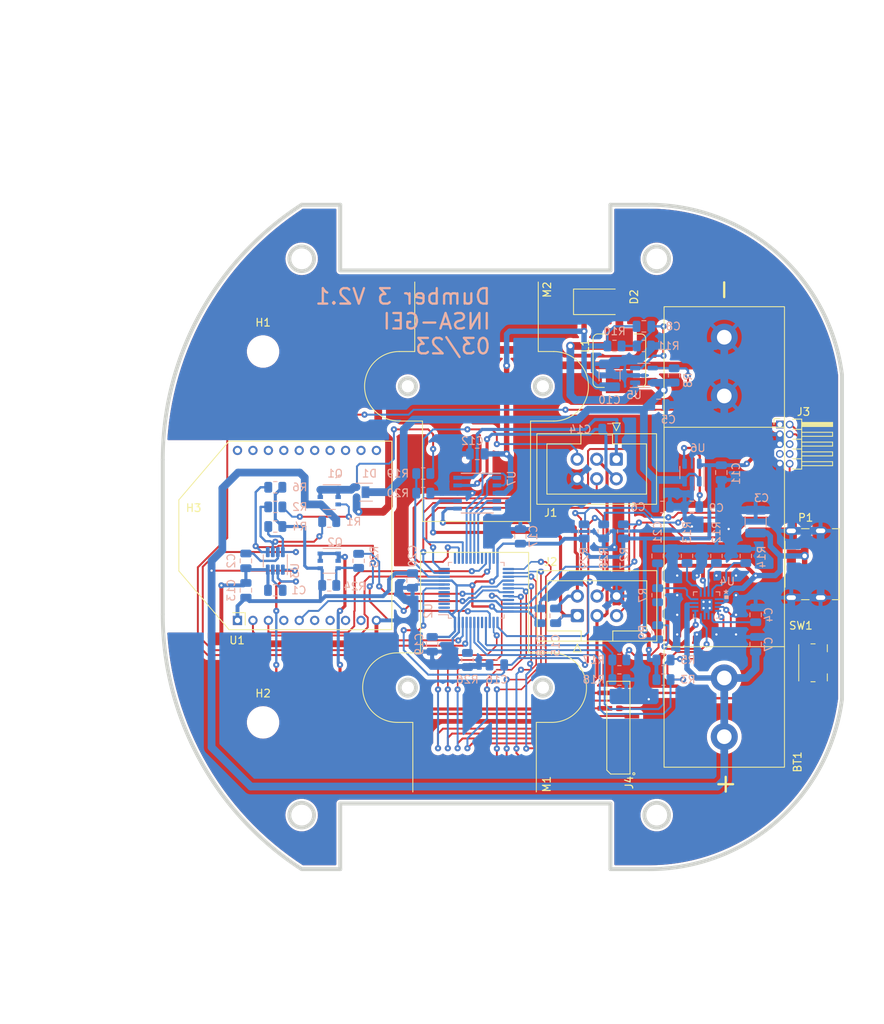
<source format=kicad_pcb>
(kicad_pcb (version 20211014) (generator pcbnew)
  (title_block (title "Dumber-3") (date "2023-03-29") (rev "2.1") (company "INSA-GEI"))
  (layers (0 "F.Cu" signal) (31 "B.Cu" signal) (34 "B.Paste" user) (35 "F.Paste" user) (36 "B.SilkS" user "B.Silkscreen") (37 "F.SilkS" user "F.Silkscreen") (38 "B.Mask" user) (39 "F.Mask" user) (44 "Edge.Cuts" user))
  (net 0 "")
  (net 1 "+BATT")
  (net 2 "GND")
  (net 3 "Net-(C1-Pad1)")
  (net 4 "Net-(C2-Pad1)")
  (net 5 "VBUS")
  (net 6 "Net-(C4-Pad1)")
  (net 7 "Net-(C5-Pad1)")
  (net 8 "+2V5")
  (net 9 "+5V")
  (net 10 "/Power_Charge/Sense_BATT")
  (net 11 "Net-(C9-Pad1)")
  (net 14 "Net-(Q1-Pad3)")
  (net 15 "/Cpu/RESET")
  (net 16 "Net-(J1-Pad3)")
  (net 17 "Net-(C21-Pad1)")
  (net 18 "Net-(Q2-Pad3)")
  (net 19 "Net-(R7-Pad2)")
  (net 20 "Net-(R12-Pad1)")
  (net 21 "Net-(R13-Pad1)")
  (net 22 "Net-(R14-Pad1)")
  (net 23 "/Cpu/OUTGAUCHE_A")
  (net 24 "/Cpu/OUTGAUCHE_B")
  (net 25 "/Cpu/OUTDROIT_A")
  (net 27 "/Cpu/OUTDROIT_B")
  (net 31 "Net-(C8-Pad1)")
  (net 35 "Net-(D2-Pad2)")
  (net 42 "/Cpu/ENCGAUCHE_A")
  (net 43 "/Cpu/ENCGAUCHE_B")
  (net 44 "/Cpu/ENCDROIT_A")
  (net 45 "/Cpu/ENCDROIT_B")
  (net 46 "/Cpu/USART_RX")
  (net 53 "/Cpu/USART_TX")
  (net 54 "/Cpu/XBEE_RESET")
  (net 57 "unconnected-(U2-Pad13)")
  (net 58 "Net-(R1-Pad1)")
  (net 59 "/Cpu/CHARGER_ST1")
  (net 61 "/Cpu/SHUTDOWN")
  (net 62 "/Cpu/CHARGER_ST2")
  (net 63 "/Cpu/PWM_GAUCHE_A")
  (net 64 "/Cpu/PWM_GAUCHE_B")
  (net 65 "/Cpu/BUTTON_SENSE")
  (net 66 "/Cpu/USB_SENSE")
  (net 67 "/Cpu/BATTERY_SENSE")
  (net 68 "/Cpu/SHUTDOWN_ENC")
  (net 69 "Net-(R26-Pad2)")
  (net 70 "/Cpu/SEG_A")
  (net 71 "/Cpu/SEG_B")
  (net 72 "/Cpu/SEG_C")
  (net 73 "/Cpu/SEG_D")
  (net 74 "/Cpu/SWDIO")
  (net 75 "/Cpu/PWM_DROIT_A")
  (net 76 "/Cpu/PWM_DROIT_B")
  (net 77 "/Cpu/SWCLK")
  (net 78 "/Cpu/SHUTDOWN_5V")
  (net 80 "/Cpu/SEG_E")
  (net 81 "/Cpu/SEG_F")
  (net 82 "/Cpu/SEG_G")
  (net 83 "/Cpu/SEG_DP")
  (net 84 "/Cpu/BUTTON_PRESS")
  (footprint "INSA:Motor Pololu HPCB with encoder" (layer "F.Cu") (at 150.15 150 90)
    (fp_text reference "M1")
    (fp_text value "Motor")
  )
  (footprint "Button_Switch_SMD:Panasonic_EVQPUJ_EVQPUA" (layer "F.Cu") (at 194 122.288 -90)
    (fp_text reference "SW1")
    (fp_text value "SW_Push")
  )
  (footprint "Connector_IDC:IDC-Header_2x03_P2.54mm_Vertical" (layer "F.Cu") (at 168.513 95.9355 -90)
    (fp_text reference "J1")
    (fp_text value "Conn_02x03_Odd_Even")
  )
  (footprint "Diode_SMD:D_SMA" (layer "F.Cu") (at 166.37 75.565)
    (fp_text reference "D2")
    (fp_text value "FM5818-W")
  )
  (footprint "Inductor_SMD:L_Bourns_SRP7028A_7.3x6.6mm" (layer "F.Cu") (at 168.91 83.185 90)
    (fp_text reference "L1")
    (fp_text value "10µH")
  )
  (footprint "INSA:TE 1-84982-0" (layer "F.Cu") (at 168.783 130.683 90)
    (fp_text reference "J4")
    (fp_text value "TE 1-84982-0")
  )
  (footprint "INSA:Motor Pololu HPCB with encoder" (layer "F.Cu") (at 150.4 62 -90)
    (fp_text reference "M2")
    (fp_text value "Motor")
  )
  (footprint "INSA:Battery-14500" (layer "F.Cu") (at 182.5 106 90)
    (fp_text reference "BT1")
    (fp_text value "Li-ION")
  )
  (footprint "Connector_IDC:IDC-Header_2x03_P2.54mm_Vertical" (layer "F.Cu") (at 163.468 116.188 90)
    (fp_text reference "J2")
    (fp_text value "Conn_02x03_Odd_Even")
  )
  (footprint "INSA:USB_C_Receptacle_GCT_USB4125" (layer "F.Cu") (at 190.5 114 90)
    (fp_text reference "P1")
    (fp_text value "USB_C_Plug_GCT_USB4125")
  )
  (footprint "MountingHole:MountingHole_3.2mm_M3_ISO14580" (layer "F.Cu") (at 113.75 106)
    (fp_text reference "H3")
    (fp_text value "MountingHole")
  )
  (footprint "MountingHole:MountingHole_3.2mm_M3_ISO14580" (layer "F.Cu") (at 122.75 130)
    (fp_text reference "H2")
    (fp_text value "MountingHole")
  )
  (footprint "MountingHole:MountingHole_3.2mm_M3_ISO14580" (layer "F.Cu") (at 122.75 82)
    (fp_text reference "H1")
    (fp_text value "MountingHole")
  )
  (footprint "Connector_PinHeader_1.27mm:PinHeader_2x05_P1.27mm_Horizontal" (layer "F.Cu") (at 189.7 91.44)
    (fp_text reference "J3")
    (fp_text value "Conn_02x05_Odd_Even")
  )
  (footprint "INSA:XBEE-3-TH" (layer "F.Cu") (at 139.435 118 90)
    (fp_text reference "U1")
    (fp_text value "XBEE-3")
  )
  (footprint "Capacitor_SMD:C_0805_2012Metric" (layer "B.Cu") (at 156.083 105.918 90)
    (fp_text reference "C17")
    (fp_text value "100nF")
  )
  (footprint "Resistor_SMD:R_0805_2012Metric" (layer "B.Cu") (at 168.275 81.28)
    (fp_text reference "R10")
    (fp_text value "40.2K")
  )
  (footprint "Package_QFP:LQFP-48_7x7mm_P0.5mm" (layer "B.Cu") (at 150.368 112.903)
    (fp_text reference "U2")
    (fp_text value "STM32F071CBTx")
  )
  (footprint "Capacitor_SMD:C_0805_2012Metric" (layer "B.Cu") (at 186.563 116.078 90)
    (fp_text reference "C4")
    (fp_text value "10nF")
  )
  (footprint "Resistor_SMD:R_0805_2012Metric" (layer "B.Cu") (at 173.863 113.538 -90)
    (fp_text reference "R7")
    (fp_text value "1K")
  )
  (footprint "Capacitor_SMD:C_0805_2012Metric" (layer "B.Cu") (at 142.113 111.633 -90)
    (fp_text reference "C20")
    (fp_text value "100nF")
  )
  (footprint "Resistor_SMD:R_0805_2012Metric" (layer "B.Cu") (at 168.91 121.92 180)
    (fp_text reference "R17")
    (fp_text value "150K")
  )
  (footprint "Capacitor_SMD:C_0805_2012Metric" (layer "B.Cu") (at 174.498 102.108)
    (fp_text reference "C6")
    (fp_text value "1µF")
  )
  (footprint "Resistor_SMD:R_0805_2012Metric" (layer "B.Cu") (at 174.625 124.46)
    (fp_text reference "R3")
    (fp_text value "1K")
  )
  (footprint "Capacitor_SMD:C_0805_2012Metric" (layer "B.Cu") (at 144.653 119.888 -90)
    (fp_text reference "C19")
    (fp_text value "100nF")
  )
  (footprint "Package_TO_SOT_SMD:SOT-23-8" (layer "B.Cu") (at 124.333 109.093 90)
    (fp_text reference "U3")
    (fp_text value "LTC2954-2")
  )
  (footprint "Package_SO:TSOP-6_1.65x3.05mm_P0.95mm" (layer "B.Cu") (at 131.318 109.093 180)
    (fp_text reference "Q2")
    (fp_text value "PMN52XP")
  )
  (footprint "Capacitor_SMD:C_0805_2012Metric" (layer "B.Cu") (at 173.863 108.458 90)
    (fp_text reference "C21")
    (fp_text value "1nF")
  )
  (footprint "Resistor_SMD:R_0805_2012Metric" (layer "B.Cu") (at 131.318 112.268)
    (fp_text reference "R24")
    (fp_text value "100K")
  )
  (footprint "Resistor_SMD:R_0805_2012Metric" (layer "B.Cu") (at 131.318 104.013)
    (fp_text reference "R1")
    (fp_text value "100K")
  )
  (footprint "Capacitor_SMD:C_0805_2012Metric" (layer "B.Cu") (at 186.563 119.888 90)
    (fp_text reference "C7")
    (fp_text value "1µF")
  )
  (footprint "Resistor_SMD:R_0805_2012Metric" (layer "B.Cu") (at 177.673 108.458 90)
    (fp_text reference "R13")
    (fp_text value "300")
  )
  (footprint "Package_SO:SSOP-10_3.9x4.9mm_P1.00mm" (layer "B.Cu") (at 150.495 100.33 180)
    (fp_text reference "U7")
    (fp_text value "A3909")
  )
  (footprint "Capacitor_SMD:C_1210_3225Metric" (layer "B.Cu") (at 186.563 104.013 90)
    (fp_text reference "C3")
    (fp_text value "100µF")
  )
  (footprint "Resistor_SMD:R_0805_2012Metric" (layer "B.Cu") (at 124.333 102.108 180)
    (fp_text reference "R2")
    (fp_text value "100K")
  )
  (footprint "Capacitor_SMD:C_0805_2012Metric" (layer "B.Cu") (at 172.085 78.74 180)
    (fp_text reference "C8")
    (fp_text value "650pF")
  )
  (footprint "Resistor_SMD:R_0805_2012Metric" (layer "B.Cu") (at 174.625 121.92)
    (fp_text reference "R5")
    (fp_text value "1K")
  )
  (footprint "Resistor_SMD:R_0805_2012Metric" (layer "B.Cu") (at 172.085 81.28 180)
    (fp_text reference "R11")
    (fp_text value "13.3K")
  )
  (footprint "Capacitor_SMD:C_0805_2012Metric" (layer "B.Cu") (at 173.99 88.9)
    (fp_text reference "C5")
    (fp_text value "2.2µF")
  )
  (footprint "Resistor_SMD:R_0805_2012Metric" (layer "B.Cu") (at 168.91 124.46)
    (fp_text reference "R18")
    (fp_text value "100K")
  )
  (footprint "Resistor_SMD:R_0805_2012Metric" (layer "B.Cu") (at 143.51 97.79 180)
    (fp_text reference "R19")
    (fp_text value "150K")
  )
  (footprint "Capacitor_SMD:C_0805_2012Metric" (layer "B.Cu") (at 120.523 112.903 90)
    (fp_text reference "C13")
    (fp_text value "1µF")
  )
  (footprint "INSA:L6924UTR" (layer "B.Cu") (at 180.213 114.808 180)
    (fp_text reference "U4")
    (fp_text value "L6924U" hide)
  )
  (footprint "Resistor_SMD:R_0805_2012Metric" (layer "B.Cu") (at 173.863 118.3405 -90)
    (fp_text reference "R9")
    (fp_text value "470")
  )
  (footprint "Resistor_SMD:R_0805_2012Metric" (layer "B.Cu") (at 185.293 108.458 90)
    (fp_text reference "R14")
    (fp_text value "15K")
  )
  (footprint "Resistor_SMD:R_0805_2012Metric" (layer "B.Cu") (at 164.338 105.283 90)
    (fp_text reference "R29")
    (fp_text value "100K")
  )
  (footprint "Capacitor_SMD:C_1210_3225Metric" (layer "B.Cu") (at 167.64 85.09 90)
    (fp_text reference "C10")
    (fp_text value "10µF")
  )
  (footprint "Resistor_SMD:R_0805_2012Metric" (layer "B.Cu") (at 149.225 121.92 90)
    (fp_text reference "R26")
    (fp_text value "10K")
  )
  (footprint "Resistor_SMD:R_0805_2012Metric" (layer "B.Cu") (at 166.878 105.283 -90)
    (fp_text reference "R28")
    (fp_text value "100K")
  )
  (footprint "Resistor_SMD:R_0805_2012Metric" (layer "B.Cu") (at 176 85.09 -90)
    (fp_text reference "R8")
    (fp_text value "47K")
  )
  (footprint "Resistor_SMD:R_0805_2012Metric" (layer "B.Cu") (at 124.333 99.568 180)
    (fp_text reference "R6")
    (fp_text value "10K")
  )
  (footprint "Resistor_SMD:R_0805_2012Metric" (layer "B.Cu") (at 135.128 109.093 90)
    (fp_text reference "R25")
    (fp_text value "10R")
  )
  (footprint "Resistor_SMD:R_0805_2012Metric" (layer "B.Cu") (at 169.418 105.283 90)
    (fp_text reference "R27")
    (fp_text value "100K")
  )
  (footprint "Capacitor_SMD:C_0805_2012Metric" (layer "B.Cu") (at 167.64 92.075 180)
    (fp_text reference "C14")
    (fp_text value "470nF")
  )
  (footprint "Resistor_SMD:R_0805_2012Metric" (layer "B.Cu") (at 181.483 108.458 90)
    (fp_text reference "R12")
    (fp_text value "15K")
  )
  (footprint "Capacitor_SMD:C_0805_2012Metric" (layer "B.Cu") (at 160.655 116.205 90)
    (fp_text reference "C15")
    (fp_text value "470nF")
  )
  (footprint "Capacitor_SMD:C_0805_2012Metric" (layer "B.Cu") (at 150.495 95.25 180)
    (fp_text reference "C12")
    (fp_text value "1µF")
  )
  (footprint "Capacitor_SMD:C_0805_2012Metric" (layer "B.Cu") (at 124.333 112.903 180)
    (fp_text reference "C1")
    (fp_text value "10nF")
  )
  (footprint "Package_SO:TSOP-6_1.65x3.05mm_P0.95mm" (layer "B.Cu") (at 131.318 100.838 180)
    (fp_text reference "Q1")
    (fp_text value "PMN52XP")
  )
  (footprint "Package_TO_SOT_SMD:SOT-23-5" (layer "B.Cu") (at 178.308 97.663 90)
    (fp_text reference "U6")
    (fp_text value "AP2206")
  )
  (footprint "Capacitor_SMD:C_0805_2012Metric" (layer "B.Cu") (at 178.308 102.108 180)
    (fp_text reference "C9")
    (fp_text value "100pF")
  )
  (footprint "Capacitor_SMD:C_0805_2012Metric" (layer "B.Cu") (at 182.118 97.663 -90)
    (fp_text reference "C11")
    (fp_text value "1µF")
  )
  (footprint "Capacitor_SMD:C_0805_2012Metric" (layer "B.Cu") (at 158.623 116.205 90)
    (fp_text reference "C18")
    (fp_text value "100nF")
  )
  (footprint "INSA:Nexperia_SOT-1061" (layer "B.Cu") (at 134.763 99.203 -90)
    (fp_text reference "D1")
    (fp_text value "PMEG2020CPA")
  )
  (footprint "Package_TO_SOT_SMD:SOT-23-5" (layer "B.Cu") (at 172.085 85.09)
    (fp_text reference "U5")
    (fp_text value "LM2731XMF")
  )
  (footprint "Capacitor_SMD:C_0805_2012Metric" (layer "B.Cu") (at 153.035 122.555 180)
    (fp_text reference "C16")
    (fp_text value "100nF")
  )
  (footprint "Resistor_SMD:R_0805_2012Metric" (layer "B.Cu") (at 124.333 104.648 180)
    (fp_text reference "R4")
    (fp_text value "100K")
  )
  (footprint "Capacitor_SMD:C_0805_2012Metric" (layer "B.Cu") (at 120.523 109.093 -90)
    (fp_text reference "C2")
    (fp_text value "68nF")
  )
  (footprint "Resistor_SMD:R_0805_2012Metric" (layer "B.Cu") (at 143.51 100.33)
    (fp_text reference "R20")
    (fp_text value "100K")
  )
  (gr_circle locked (center 173.75 70) (end 173.75 69.99) (layer "Edge.Cuts") (width 0.0001) (fill solid))
  (gr_circle locked (center 141.5 86.5) (end 141.5 86.49) (layer "Edge.Cuts") (width 0.0001) (fill solid))
  (gr_circle locked (center 173.75 70) (end 173.75 68.4) (layer "Edge.Cuts") (width 0.5) (fill none))
  (gr_circle locked (center 141.5 86.5) (end 141.5 85.45) (layer "Edge.Cuts") (width 0.5) (fill none))
  (gr_line locked (start 167.75 63) (end 167.75 71.5) (layer "Edge.Cuts") (width 0.5))
  (gr_line locked (start 109.75 96) (end 109.75 116) (layer "Edge.Cuts") (width 0.5))
  (gr_circle locked (center 127.75 142) (end 127.75 140.4) (layer "Edge.Cuts") (width 0.5) (fill none))
  (gr_arc locked (start 109.75 96) (mid 114.542599 77.205054) (end 127.75 63) (layer "Edge.Cuts") (width 0.5))
  (gr_line locked (start 197.75 127) (end 197.75 85) (layer "Edge.Cuts") (width 0.5))
  (gr_circle locked (center 127.75 70) (end 127.75 68.4) (layer "Edge.Cuts") (width 0.5) (fill none))
  (gr_line locked (start 167.75 149) (end 172.75 149) (layer "Edge.Cuts") (width 0.5))
  (gr_line locked (start 172.75 63) (end 167.75 63) (layer "Edge.Cuts") (width 0.5))
  (gr_circle locked (center 159 125.5) (end 159 125.49) (layer "Edge.Cuts") (width 0.0001) (fill solid))
  (gr_circle locked (center 159 86.5) (end 159 86.49) (layer "Edge.Cuts") (width 0.0001) (fill solid))
  (gr_circle locked (center 149 116) (end 149 115.99) (layer "Edge.Cuts") (width 0.0001) (fill solid))
  (gr_line locked (start 132.75 149) (end 132.75 140.5) (layer "Edge.Cuts") (width 0.5))
  (gr_line locked (start 167.75 140.5) (end 167.75 149) (layer "Edge.Cuts") (width 0.5))
  (gr_line locked (start 127.75 149) (end 132.75 149) (layer "Edge.Cuts") (width 0.5))
  (gr_line locked (start 167.75 71.5) (end 132.75 71.5) (layer "Edge.Cuts") (width 0.5))
  (gr_circle locked (center 127.75 70) (end 127.75 69.99) (layer "Edge.Cuts") (width 0.0001) (fill solid))
  (gr_arc locked (start 127.75 149) (mid 114.542599 134.794946) (end 109.75 116) (layer "Edge.Cuts") (width 0.5))
  (gr_circle locked (center 173.75 142) (end 173.75 140.4) (layer "Edge.Cuts") (width 0.5) (fill none))
  (gr_circle locked (center 149 96) (end 149 95.99) (layer "Edge.Cuts") (width 0.0001) (fill solid))
  (gr_line locked (start 132.75 63) (end 127.75 63) (layer "Edge.Cuts") (width 0.5))
  (gr_line locked (start 132.75 71.5) (end 132.75 63) (layer "Edge.Cuts") (width 0.5))
  (gr_arc locked (start 172.75 63) (mid 189.400824 69.283153) (end 197.75 85) (layer "Edge.Cuts") (width 0.5))
  (gr_circle locked (center 159 86.5) (end 159 85.45) (layer "Edge.Cuts") (width 0.5) (fill none))
  (gr_circle locked (center 173.75 142) (end 173.75 141.99) (layer "Edge.Cuts") (width 0.0001) (fill solid))
  (gr_circle locked (center 141.5 125.5) (end 141.5 125.49) (layer "Edge.Cuts") (width 0.0001) (fill solid))
  (gr_line locked (start 132.75 140.5) (end 167.75 140.5) (layer "Edge.Cuts") (width 0.5))
  (gr_circle locked (center 159 125.5) (end 159 124.45) (layer "Edge.Cuts") (width 0.5) (fill none))
  (gr_circle locked (center 141.5 125.5) (end 141.5 124.45) (layer "Edge.Cuts") (width 0.5) (fill none))
  (gr_arc locked (start 197.75 127) (mid 189.400826 142.716848) (end 172.75 149) (layer "Edge.Cuts") (width 0.5))
  (gr_circle locked (center 127.75 142) (end 127.76 142) (layer "Edge.Cuts") (width 0.0001) (fill solid))
  (gr_text "Dumber 3 V2.1\nINSA-GEI\n03/23\n" (at 152.4 78.105) (layer "B.SilkS") (effects (font (size 2 2) (thickness 0.3)) (justify left mirror)))
  (segment (start 126.873 110.363) (end 116.078 110.363) (width 0.25) (layer "F.Cu") (net 1))
  (via (at 116.078 110.363) (size 0.8) (drill 0.3) (layers "F.Cu" "B.Cu") (net 1))
  (via (at 126.873 110.363) (size 0.8) (drill 0.3) (layers "F.Cu" "B.Cu") (net 1))
  (segment (start 117.475 107.696) (end 117.475 99.695) (width 1) (layer "B.Cu") (net 1))
  (segment (start 116.078 109.093) (end 117.475 107.696) (width 1) (layer "B.Cu") (net 1))
  (segment (start 132.2305 104.013) (end 132.2305 103.8605) (width 0.7) (layer "B.Cu") (net 1))
  (segment (start 128.143 98.298) (end 128.143 101.473) (width 1) (layer "B.Cu") (net 1))
  (segment (start 127.508 97.663) (end 128.143 98.298) (width 1) (layer "B.Cu") (net 1))
  (segment (start 182.5 137.415) (end 181.612 138.303) (width 1) (layer "B.Cu") (net 1))
  (segment (start 126.7405 110.2305) (end 126.873 110.363) (width 0.25) (layer "B.Cu") (net 1))
  (segment (start 116.078 110.363) (end 116.078 109.093) (width 1) (layer "B.Cu") (net 1))
  (segment (start 130.158 101.788) (end 130.253 101.788) (width 1) (layer "B.Cu") (net 1))
  (segment (start 116.078 133.223) (end 116.078 110.363) (width 1) (layer "B.Cu") (net 1))
  (segment (start 121.158 138.303) (end 116.078 133.223) (width 1) (layer "B.Cu") (net 1))
  (segment (start 182.5 131.85) (end 182.5 124.25) (width 1) (layer "B.Cu") (net 1))
  (segment (start 119.507 97.663) (end 127.508 97.663) (width 1) (layer "B.Cu") (net 1))
  (segment (start 177.923 115.058) (end 178.7398 115.058) (width 0.25) (layer "B.Cu") (net 1))
  (segment (start 185.376 124.25) (end 186.563 123.063) (width 1) (layer "B.Cu") (net 1))
  (segment (start 182.5 131.85) (end 182.5 137.415) (width 1) (layer "B.Cu") (net 1))
  (segment (start 178.86 124.25) (end 177.673 123.063) (width 0.7) (layer "B.Cu") (net 1))
  (segment (start 132.2305 103.7655) (end 132.2305 104.013) (width 1) (layer "B.Cu") (net 1))
  (segment (start 117.475 99.695) (end 119.507 97.663) (width 1) (layer "B.Cu") (net 1))
  (segment (start 177.673 123.063) (end 177.673 114.808) (width 0.7) (layer "B.Cu") (net 1))
  (segment (start 181.612 138.303) (end 121.158 138.303) (width 1) (layer "B.Cu") (net 1))
  (segment (start 186.563 123.063) (end 186.563 120.838) (width 1) (layer "B.Cu") (net 1))
  (segment (start 182.5 124.25) (end 178.86 124.25) (width 0.7) (layer "B.Cu") (net 1))
  (segment (start 177.923 114.558) (end 177.673 114.808) (width 0.25) (layer "B.Cu") (net 1))
  (segment (start 128.458 101.788) (end 130.158 101.788) (width 1) (layer "B.Cu") (net 1))
  (segment (start 177.673 114.808) (end 177.923 115.058) (width 0.25) (layer "B.Cu") (net 1))
  (segment (start 128.143 101.473) (end 128.458 101.788) (width 1) (layer "B.Cu") (net 1))
  (segment (start 125.308 110.2305) (end 126.7405 110.2305) (width 0.25) (layer "B.Cu") (net 1))
  (segment (start 130.253 101.788) (end 132.2305 103.7655) (width 1) (layer "B.Cu") (net 1))
  (segment (start 178.7398 114.558) (end 177.923 114.558) (width 0.25) (layer "B.Cu") (net 1))
  (segment (start 182.5 124.25) (end 185.376 124.25) (width 1) (layer "B.Cu") (net 1))
  (segment (start 118.11 120.015) (end 117.348 119.253) (width 0.5) (layer "F.Cu") (net 2))
  (segment (start 168.548 113.648) (end 168.548 107.588) (width 0.4) (layer "F.Cu") (net 2))
  (segment (start 117.348 119.253) (end 117.348 112.268) (width 0.5) (layer "F.Cu") (net 2))
  (segment (start 194.945 124.093) (end 194.945 113.885) (width 1) (layer "F.Cu") (net 2))
  (segment (start 172.72 127) (end 172.72 134.8105) (width 0.25) (layer "F.Cu") (net 2))
  (segment (start 137.16 120.015) (end 118.11 120.015) (width 0.5) (layer "F.Cu") (net 2))
  (segment (start 191.18 106.78) (end 191.18 105.21) (width 1) (layer "F.Cu") (net 2))
  (segment (start 137.435 119.74) (end 137.16 120.015) (width 0.5) (layer "F.Cu") (net 2))
  (segment (start 178.308 104.648) (end 182.748 104.648) (width 0.5) (layer "F.Cu") (net 2))
  (segment (start 161.5785 100.33) (end 163.433 98.4755) (width 0.7) (layer "F.Cu") (net 2))
  (segment (start 172.72 134.8105) (end 172.3475 135.183) (width 0.25) (layer "F.Cu") (net 2))
  (segment (start 172.3475 135.183) (end 170.533 135.183) (width 0.25) (layer "F.Cu") (net 2))
  (segment (start 168.548 107.588) (end 168.275 107.315) (width 0.4) (layer "F.Cu") (net 2))
  (segment (start 149.86 100.33) (end 161.5785 100.33) (width 0.7) (layer "F.Cu") (net 2))
  (segment (start 137.435 116.8) (end 137.435 119.74) (width 0.5) (layer "F.Cu") (net 2))
  (segment (start 182.748 104.648) (end 183.068 104.968) (width 0.5) (layer "F.Cu") (net 2))
  (segment (start 194.85 124.188) (end 194.945 124.093) (width 1) (layer "F.Cu") (net 2))
  (segment (start 191.18 112.28) (end 191.18 113.85) (width 1) (layer "F.Cu") (net 2))
  (segment (start 194.945 113.885) (end 194.98 113.85) (width 1) (layer "F.Cu") (net 2))
  (via locked (at 184.023 113.538) (size 0.8) (drill 0.3) (layers "F.Cu" "B.Cu") (net 2))
  (via locked (at 176.403 110.998) (size 0.8) (drill 0.3) (layers "F.Cu" "B.Cu") (net 2))
  (via (at 149.86 100.33) (size 0.8) (drill 0.3) (layers "F.Cu" "B.Cu") (net 2))
  (via locked (at 181.483 110.998) (size 0.8) (drill 0.3) (layers "F.Cu" "B.Cu") (net 2))
  (via (at 172.72 127) (size 0.8) (drill 0.3) (layers "F.Cu" "B.Cu") (net 2))
  (via (at 117.348 112.268) (size 0.8) (drill 0.3) (layers "F.Cu" "B.Cu") (net 2))
  (via locked (at 176.403 116.078) (size 0.8) (drill 0.3) (layers "F.Cu" "B.Cu") (net 2))
  (via (at 168.275 107.315) (size 0.8) (drill 0.3) (layers "F.Cu" "B.Cu") (net 2))
  (via locked (at 176.403 113.538) (size 0.8) (drill 0.3) (layers "F.Cu" "B.Cu") (net 2))
  (via locked (at 178.943 118.618) (size 0.8) (drill 0.3) (layers "F.Cu" "B.Cu") (net 2))
  (via locked (at 178.943 110.998) (size 0.8) (drill 0.3) (layers "F.Cu" "B.Cu") (net 2))
  (via locked (at 184.023 110.998) (size 0.8) (drill 0.3) (layers "F.Cu" "B.Cu") (net 2))
  (via (at 183.068 104.968) (size 0.8) (drill 0.3) (layers "F.Cu" "B.Cu") (net 2))
  (via locked (at 176.403 118.618) (size 0.8) (drill 0.3) (layers "F.Cu" "B.Cu") (net 2))
  (via (at 178.308 104.648) (size 0.8) (drill 0.3) (layers "F.Cu" "B.Cu") (net 2))
  (via locked (at 181.483 118.618) (size 0.8) (drill 0.3) (layers "F.Cu" "B.Cu") (net 2))
  (via locked (at 184.023 118.618) (size 0.8) (drill 0.3) (layers "F.Cu" "B.Cu") (net 2))
  (via locked (at 184.023 116.078) (size 0.8) (drill 0.3) (layers "F.Cu" "B.Cu") (net 2))
  (segment (start 153.76267 115.153) (end 154.5305 115.153) (width 0.3) (layer "B.Cu") (net 2))
  (segment (start 175.448 102.108) (end 177.358 102.108) (width 1) (layer "B.Cu") (net 2))
  (segment (start 188.468 94.504894) (end 188.992894 93.98) (width 1) (layer "B.Cu") (net 2))
  (segment (start 145.796 100.33) (end 145.923 100.203) (width 0.7) (layer "B.Cu") (net 2))
  (segment (start 168.098 105.233) (end 177.723 105.233) (width 0.4) (layer "B.Cu") (net 2))
  (segment (start 190.693 115.128) (end 191.18 115.615) (width 1) (layer "B.Cu") (net 2))
  (segment (start 182.5 92.33) (end 182.5 87.75) (width 1) (layer "B.Cu") (net 2))
  (segment (start 142.113 112.583) (end 142.113 116.713) (width 0.5) (layer "B.Cu") (net 2))
  (segment (start 171.45 118.745) (end 171.958 119.253) (width 0.4) (layer "B.Cu") (net 2))
  (segment (start 166.878 106.1955) (end 166.5205 106.1955) (width 0.4) (layer "B.Cu") (net 2))
  (segment (start 165.608 105.283) (end 162.748 105.283) (width 0.4) (layer "B.Cu") (net 2))
  (segment (start 172.72 125.73) (end 171.323 124.333) (width 0.25) (layer "B.Cu") (net 2))
  (segment (start 168.275 105.41) (end 168.098 105.233) (width 0.4) (layer "B.Cu") (net 2))
  (segment (start 149.098 122.7055) (end 149.225 122.8325) (width 0.5) (layer "B.Cu") (net 2))
  (segment (start 153.223 104.968) (end 156.083 104.968) (width 0.3) (layer "B.Cu") (net 2))
  (segment (start 148.118 118.329396) (end 147.32 119.127396) (width 0.3) (layer "B.Cu") (net 2))
  (segment (start 185.2555 107.508) (end 185.293 107.5455) (width 1) (layer "B.Cu") (net 2))
  (segment (start 142.543 112.153) (end 142.113 112.583) (width 0.3) (layer "B.Cu") (net 2))
  (segment (start 178.308 98.8005) (end 178.308 101.158) (width 0.5) (layer "B.Cu") (net 2))
  (segment (start 171.958 119.253) (end 172.593 119.253) (width 0.4) (layer "B.Cu") (net 2))
  (segment (start 191.18 103.55) (end 191.18 105.21) (width 1) (layer "B.Cu") (net 2))
  (segment (start 137.435 116.8) (end 142.026 116.8) (width 0.5) (layer "B.Cu") (net 2))
  (segment (start 168.548 111.398) (end 168.548 113.648) (width 0.3) (layer "B.Cu") (net 2))
  (segment (start 149.606 114.3) (end 152.90967 114.3) (width 0.3) (layer "B.Cu") (net 2))
  (segment (start 182.118 100.838) (end 182.118 98.613) (width 1) (layer "B.Cu") (net 2))
  (segment (start 168.275 107.315) (end 168.275 105.41) (width 0.4) (layer "B.Cu") (net 2))
  (segment (start 181.37 81.28) (end 182.5 80.15) (width 1) (layer "B.Cu") (net 2))
  (segment (start 190.053 118.938) (end 191.18 117.811) (width 1) (layer "B.Cu") (net 2))
  (segment (start 147.945 100.33) (end 149.86 100.33) (width 0.7) (layer "B.Cu") (net 2))
  (segment (start 189.7 92.71) (end 189.7 93.98) (width 1) (layer "B.Cu") (net 2))
  (segment (start 186.563 102.538) (end 189.308 102.538) (width 1) (layer "B.Cu") (net 2))
  (segment (start 120.523 111.953) (end 120.523 110.043) (width 0.4) (layer "B.Cu") (net 2))
  (segment (start 171.445 83.19) (end 168.065 83.19) (width 1) (layer "B.Cu") (net 2))
  (segment (start 177.358 103.698) (end 178.308 104.648) (width 0.5) (layer "B.Cu") (net 2))
  (segment (start 167.64 83.615) (end 167.64 84.455) (width 1) (layer "B.Cu") (net 2))
  (segment (start 148.1055 122.7055) (end 149.098 122.7055) (width 0.5) (layer "B.Cu") (net 2))
  (segment (start 188.468 94.504894) (end 182.769894 94.504894) (width 1) (layer "B.Cu") (net 2))
  (segment (start 161.163 104.968) (end 161.798 104.333) (width 0.5) (layer "B.Cu") (net 2))
  (segment (start 156.083 104.968) (end 161.163 104.968) (width 0.5) (layer "B.Cu") (net 2))
  (segment (start 182.5 94.235) (end 182.5 92.33) (width 1) (layer "B.Cu") (net 2))
  (segment (start 191.18 115.615) (end 191.18 113.85) (width 1) (layer "B.Cu") (net 2))
  (segment (start 148.118 115.788) (end 148.753 115.153) (width 0.25) (layer "B.Cu") (net 2))
  (segment (start 166.878 106.1955) (end 166.878 106.172) (width 0.4) (layer "B.Cu") (net 2))
  (segment (start 152.618 105.573) (end 153.223 104.968) (width 0.3) (layer "B.Cu") (net 2))
  (segment (start 145.923 100.203) (end 146.05 100.33) (width 0.7) (layer "B.Cu") (net 2))
  (segment (start 194.98 113.85) (end 191.18 113.85) (width 1) (layer "B.Cu") (net 2))
  (segment (start 189.308 102.538) (end 190.168 102.538) (width 1) (layer "B.Cu") (net 2))
  (segment (start 182.769894 94.504894) (end 182.5 94.235) (width 1) (layer "B.Cu") (net 2))
  (segment (start 117.348 112.268) (end 120.208 112.268) (width 0.5) (layer "B.Cu") (net 2))
  (segment (start 186.563 118.938) (end 190.053 118.938) (width 1) (layer "B.Cu") (net 2))
  (segment (start 191.19 105.2) (end 191.18 105.21) (width 1) (layer "B.Cu") (net 2))
  (segment (start 158.623 114.427) (end 162.56 110.49) (width 0.3) (layer "B.Cu") (net 2))
  (segment (start 183.068 107.508) (end 185.2555 107.508) (width 1) (layer "B.Cu") (net 2))
  (segment (start 142.113 120.523) (end 142.428 120.838) (width 0.5) (layer "B.Cu") (net 2))
  (segment (start 168.065 83.19) (end 167.64 83.615) (width 1) (layer "B.Cu") (net 2))
  (segment (start 186.563 115.128) (end 190.693 115.128) (width 1) (layer "B.Cu") (net 2))
  (segment (start 171.323 124.333) (end 171.45 124.206) (width 0.5) (layer "B.Cu") (net 2))
  (segment (start 183.068 103.698) (end 183.068 104.968) (width 1) (layer "B.Cu") (net 2))
  (segment (start 173.863 107.508) (end 183.068 107.508) (width 1) (layer "B.Cu") (net 2))
  (segment (start 167.64 110.49) (end 168.548 111.398) (width 0.3) (layer "B.Cu") (net 2))
  (segment (start 149.545 95.25) (end 146.05 95.25) (width 0.7) (layer "B.Cu") (net 2))
  (segment (start 147.32 122.555) (end 147.4705 122.7055) (width 0.3) (layer "B.Cu") (net 2))
  (segment (start 183.818 102.538) (end 182.118 100.838) (width 1) (layer "B.Cu") (net 2))
  (segment (start 152.618 108.7405) (end 152.618 105.573) (width 0.3) (layer "B.Cu") (net 2))
  (segment (start 166.878 106.172) (end 167.817 105.233) (width 0.4) (layer "B.Cu") (net 2))
  (segment (start 177.723 105.233) (end 178.308 104.648) (width 0.4) (layer "B.Cu") (net 2))
  (segment (start 194.98 105.2) (end 194.98 113.85) (width 1) (layer "B.Cu") (net 2))
  (segment (start 144.4225 100.33) (end 145.796 100.33) (width 0.7) (layer "B.Cu") (net 2))
  (segment (start 149.5025 122.555) (end 149.225 122.8325) (width 0.5) (layer "B.Cu") (net 2))
  (segment (start 158.623 115.255) (end 158.623 114.427) (width 0.3) (layer "B.Cu") (net 2))
  (segment (start 188.992894 93.98) (end 189.7 93.98) (width 1) (layer "B.Cu") (net 2))
  (segment (start 123.383 110.2555) (end 123.358 110.2305) (width 0.4) (layer "B.Cu") (net 2))
  (segment (start 171.45 124.206) (end 171.45 119.888) (width 0.5) (layer "B.Cu") (net 2))
  (segment (start 146.05 100.076) (end 145.923 100.203) (width 0.7) (layer "B.Cu") (net 2))
  (segment (start 142.428 120.838) (end 144.653 120.838) (width 0.5) (layer "B.Cu") (net 2))
  (segment (start 190.168 102.538) (end 191.18 103.55) (width 1) (layer "B.Cu") (net 2))
  (segment (start 184.228 102.538) (end 183.818 102.538) (width 1) (layer "B.Cu") (net 2))
  (segment (start 184.228 102.538) (end 183.068 103.698) (width 1) (layer "B.Cu") (net 2))
  (segment (start 161.798 100.1105) (end 161.798 104.333) (width 0.4) (layer "B.Cu") (net 2))
  (segment (start 152.90967 114.3) (end 153.76267 115.153) (width 0.3) (layer "B.Cu") (net 2))
  (segment (start 189.7 96.52) (end 189.23 96.52) (width 1) (layer "B.Cu") (net 2))
  (segment (start 179.963 115.058) (end 180.213 114.808) (width 0.25) (layer "B.Cu") (net 2))
  (segment (start 171.45 119.888) (end 172.085 119.253) (width 0.5) (layer "B.Cu") (net 2))
  (segment (start 148.753 115.153) (end 149.606 114.3) (width 0.3) (layer "B.Cu") (net 2))
  (segment (start 146.05 95.25) (end 146.05 100.076) (width 0.7) (layer "B.Cu") (net 2))
  (segment (start 172.593 119.253) (end 173.863 119.253) (width 0.5) (layer "B.Cu") (net 2))
  (segment (start 166.5205 106.1955) (end 165.608 105.283) (width 0.4) (layer "B.Cu") (net 2))
  (segment (start 144.653 120.838) (end 144.653 121.793) (width 0.5) (layer "B.Cu") (net 2))
  (segment (start 144.653 121.793) (end 145.5655 122.7055) (width 0.5) (layer "B.Cu") (net 2))
  (segment (start 162.56 110.49) (end 167.64 110.49) (width 0.3) (layer "B.Cu") (net 2))
  (segment (start 152.085 122.555) (end 149.5025 122.555) (width 0.5) (layer "B.Cu") (net 2))
  (segment (start 183.068 104.968) (end 183.068 107.508) (width 1) (layer "B.Cu") (net 2))
  (segment (start 172.9975 81.28) (end 181.37 81.28) (width 1) (layer "B.Cu") (net 2))
  (segment (start 186.563 102.538) (end 184.228 102.538) (width 1) (layer "B.Cu") (net 2))
  (segment (start 167.64 84.455) (end 168.275 85.09) (width 1) (layer "B.Cu") (net 2))
  (segment (start 174.94 88.9) (end 181.35 88.9) (width 1) (layer "B.Cu") (net 2))
  (segment (start 147.4705 122.7055) (end 148.1055 122.7055) (width 0.3) (layer "B.Cu") (net 2))
  (segment (start 120.208 112.268) (end 120.523 111.953) (width 0.5) (layer "B.Cu") (net 2))
  (segment (start 191.18 117.811) (end 191.18 115.615) (width 1) (layer "B.Cu") (net 2))
  (segment (start 177.358 102.108) (end 177.358 103.698) (width 0.5) (layer "B.Cu") (net 2))
  (segment (start 148.118 117.0655) (end 148.118 118.329396) (width 0.3) (layer "B.Cu") (net 2))
  (segment (start 120.7105 110.2305) (end 120.523 110.043) (width 0.4) (layer "B.Cu") (net 2))
  (segment (start 169.8225 124.46) (end 171.196 124.46) (width 0.5) (layer "B.Cu") (net 2))
  (segment (start 154.5305 115.153) (end 158.521 115.153) (width 0.3) (layer "B.Cu") (net 2))
  (segment (start 178.308 101.158) (end 177.358 102.108) (width 0.5) (layer "B.Cu") (net 2))
  (segment (start 194.98 105.2) (end 191.19 105.2) (width 1) (layer "B.Cu") (net 2))
  (segment (start 146.05 100.33) (end 147.945 100.33) (width 0.7) (layer "B.Cu") (net 2))
  (segment (start 148.118 117.0655) (end 148.118 115.788) (width 0.25) (layer "B.Cu") (net 2))
  (segment (start 162.748 105.283) (end 161.798 104.333) (width 0.4) (layer "B.Cu") (net 2))
  (segment (start 180.463 115.358) (end 180.613 115.208) (width 0.25) (layer "B.Cu") (net 2))
  (segment (start 171.45 114.3) (end 171.45 118.745) (width 0.4) (layer "B.Cu") (net 2))
  (segment (start 123.358 110.2305) (end 120.7105 110.2305) (width 0.4) (layer "B.Cu") (net 2))
  (segment (start 189.7 102.146) (end 189.308 102.538) (width 1) (layer "B.Cu") (net 2))
  (segment (start 123.383 112.903) (end 123.383 110.2555) (width 0.4) (layer "B.Cu") (net 2))
  (segment (start 142.026 116.8) (end 142.113 116.713) (width 0.5) (layer "B.Cu") (net 2))
  (segment (start 182.5 80.15) (end 182.5 87.75) (width 1) (layer "B.Cu") (net 2))
  (segment (start 168.275 85.09) (end 169.545 85.09) (width 1) (layer "B.Cu") (net 2))
  (segment (start 172.9975 81.6375) (end 171.445 83.19) (width 1) (layer "B.Cu") (net 2))
  (segment (start 158.521 115.153) (end 158.623 115.255) (width 0.3) (layer "B.Cu") (net 2))
  (segment (start 172.085 119.253) (end 172.593 119.253) (width 0.5) (layer "B.Cu") (net 2))
  (segment (start 172.72 127) (end 172.72 125.73) (width 0.25) (layer "B.Cu") (net 2))
  (segment (start 147.32 119.127396) (end 147.32 122.555) (width 0.3) (layer "B.Cu") (net 2))
  (segment (start 171.196 124.46) (end 171.323 124.333) (width 0.5) (layer "B.Cu") (net 2))
  (segment (start 146.2055 112.153) (end 142.543 112.153) (width 0.3) (layer "B.Cu") (net 2))
  (segment (start 181.35 88.9) (end 182.5 87.75) (width 1) (layer "B.Cu") (net 2))
  (segment (start 142.113 116.713) (end 142.113 120.523) (width 0.5) (layer "B.Cu") (net 2))
  (segment (start 179.963 116.2812) (end 179.963 115.058) (width 0.25) (layer "B.Cu") (net 2))
  (segment (start 189.23 96.52) (end 188.468 95.758) (width 1) (layer "B.Cu") (net 2))
  (segment (start 167.817 105.233) (end 168.098 105.233) (width 0.4) (layer "B.Cu") (net 2))
  (segment (start 163.433 98.4755) (end 161.798 100.1105) (width 0.4) (layer "B.Cu") (net 2))
  (segment (start 168.548 113.648) (end 170.798 113.648) (width 0.4) (layer "B.Cu") (net 2))
  (segment (start 189.7 96.52) (end 189.7 102.146) (width 1) (layer "B.Cu") (net 2))
  (segment (start 172.9975 81.28) (end 172.9975 81.6375) (width 1) (layer "B.Cu") (net 2))
  (segment (start 170.798 113.648) (end 171.45 114.3) (width 0.4) (layer "B.Cu") (net 2))
  (segment (start 180.463 116.2812) (end 180.463 115.358) (width 0.25) (layer "B.Cu") (net 2))
  (segment (start 188.468 95.758) (end 188.468 94.504894) (width 1) (layer "B.Cu") (net 2))
  (segment (start 169.545 85.09) (end 170.9475 85.09) (width 0.5) (layer "B.Cu") (net 2))
  (segment (start 145.5655 122.7055) (end 148.1055 122.7055) (width 0.5) (layer "B.Cu") (net 2))
  (segment (start 124.008 111.628) (end 125.283 112.903) (width 0.3) (layer "B.Cu") (net 3))
  (segment (start 124.008 110.2305) (end 124.008 111.628) (width 0.3) (layer "B.Cu") (net 3))
  (segment (start 124.658 107.9555) (end 124.658 108.768) (width 0.3) (layer "B.Cu") (net 4))
  (segment (start 124.333 109.093) (end 122.428 109.093) (width 0.3) (layer "B.Cu") (net 4))
  (segment (start 121.478 108.143) (end 120.523 108.143) (width 0.3) (layer "B.Cu") (net 4))
  (segment (start 124.658 108.768) (end 124.333 109.093) (width 0.3) (layer "B.Cu") (net 4))
  (segment (start 122.428 109.093) (end 121.478 108.143) (width 0.3) (layer "B.Cu") (net 4))
  (segment (start 192.913 104.013) (end 195.453 101.473) (width 1) (layer "F.Cu") (net 5))
  (segment (start 175.768 109.728) (end 179.578 109.728) (width 0.5) (layer "F.Cu") (net 5))
  (segment (start 177.038 119.888) (end 175.768 119.888) (width 0.5) (layer "F.Cu") (net 5))
  (segment (start 185.293 109.728) (end 186.563 110.998) (width 0.5) (layer "F.Cu") (net 5))
  (segment (start 195.453 101.473) (end 195.453 86.233) (width 1) (layer "F.Cu") (net 5))
  (segment (start 179.737444 111.633) (end 179.743 111.627444) (width 0.5) (layer "F.Cu") (net 5))
  (segment (start 179.578 109.728) (end 185.293 109.728) (width 0.5) (layer "F.Cu") (net 5))
  (segment (start 161.255 83.785) (end 159.258 81.788) (width 1) (layer "F.Cu") (net 5))
  (segment (start 159.258 81.788) (end 138.938 81.788) (width 1) (layer "F.Cu") (net 5))
  (segment (start 170.18 120.65) (end 170.815 121.285) (width 0.25) (layer "F.Cu") (net 5))
  (segment (start 137.668 91.948) (end 139.065 93.345) (width 1) (layer "F.Cu") (net 5))
  (segment (start 177.673 118.510062) (end 177.673 119.253) (width 0.5) (layer "F.Cu") (net 5))
  (segment (start 175.133 110.363) (end 175.768 109.728) (width 0.5) (layer "F.Cu") (net 5))
  (segment (start 139.065 101.981) (end 138.303 102.743) (width 1) (layer "F.Cu") (net 5))
  (segment (start 171.345 83.82) (end 171.31 83.785) (width 1) (layer "F.Cu") (net 5))
  (segment (start 173.99 120.295095) (end 173.99 119.38) (width 0.25) (layer "F.Cu") (net 5))
  (segment (start 191.18 111.05) (end 192.226 111.05) (width 0.7) (layer "F.Cu") (net 5))
  (segment (start 178.804412 117.37865) (end 177.673 118.510062) (width 0.5) (layer "F.Cu") (net 5))
  (segment (start 139.065 93.345) (end 139.065 101.981) (width 1) (layer "F.Cu") (net 5))
  (segment (start 171.31 83.785) (end 161.255 83.785) (width 1) (layer "F.Cu") (net 5))
  (segment (start 170.815 121.285) (end 173.000095 121.285) (width 0.25) (layer "F.Cu") (net 5))
  (segment (start 177.673 119.253) (end 177.038 119.888) (width 0.5) (layer "F.Cu") (net 5))
  (segment (start 193.04 83.82) (end 171.345 83.82) (width 1) (layer "F.Cu") (net 5))
  (segment (start 137.668 83.058) (end 137.668 91.948) (width 1) (layer "F.Cu") (net 5))
  (segment (start 195.453 86.233) (end 193.04 83.82) (width 1) (layer "F.Cu") (net 5))
  (segment (start 138.303 102.743) (end 135.128 102.743) (width 1) (layer "F.Cu") (net 5))
  (segment (start 173.000095 121.285) (end 173.99 120.295095) (width 0.25) (layer "F.Cu") (net 5))
  (segment (start 173.99 119.38) (end 175.26 119.38) (width 0.25) (layer "F.Cu") (net 5))
  (segment (start 179.743 109.893) (end 179.578 109.728) (width 0.5) (layer "F.Cu") (net 5))
  (segment (start 192.913 110.363) (end 192.913 108.458) (width 0.7) (layer "F.Cu") (net 5))
  (segment (start 179.743 111.627444) (end 179.743 109.893) (width 0.5) (layer "F.Cu") (net 5))
  (segment (start 175.133 119.253) (end 175.133 110.363) (width 0.5) (layer "F.Cu") (net 5))
  (segment (start 175.768 119.888) (end 175.133 119.253) (width 0.5) (layer "F.Cu") (net 5))
  (segment (start 192.226 111.05) (end 192.913 110.363) (width 0.7) (layer "F.Cu") (net 5))
  (segment (start 138.938 81.788) (end 137.668 83.058) (width 1) (layer "F.Cu") (net 5))
  (segment (start 192.913 108.458) (end 192.465 108.01) (width 0.7) (layer "F.Cu") (net 5))
  (segment (start 192.913 108.458) (end 192.913 104.013) (width 1) (layer "F.Cu") (net 5))
  (segment (start 192.465 108.01) (end 191.18 108.01) (width 0.7) (layer "F.Cu") (net 5))
  (via (at 192.913 108.458) (size 1.1) (drill 0.6) (layers "F.Cu" "B.Cu") (net 5))
  (via (at 135.128 102.743) (size 0.9) (drill 0.4) (layers "F.Cu" "B.Cu") (net 5))
  (via (at 186.563 110.998) (size 0.8) (drill 0.3) (layers "F.Cu" "B.Cu") (net 5))
  (via (at 170.18 120.65) (size 0.8) (drill 0.3) (layers "F.Cu" "B.Cu") (net 5))
  (via (at 178.804412 117.37865) (size 0.8) (drill 0.3) (layers "F.Cu" "B.Cu") (net 5))
  (via (at 179.737444 111.633) (size 0.8) (drill 0.3) (layers "F.Cu" "B.Cu") (net 5))
  (segment (start 186.563 105.488) (end 188.038 105.488) (width 0.7) (layer "B.Cu") (net 5))
  (segment (start 178.7398 117.314038) (end 178.804412 117.37865) (width 0.25) (layer "B.Cu") (net 5))
  (segment (start 170.18 120.65) (end 169.8225 121.0075) (width 0.25) (layer "B.Cu") (net 5))
  (segment (start 134.863 102.478) (end 134.863 100.853) (width 1) (layer "B.Cu") (net 5))
  (segment (start 186.563 110.998) (end 184.923 112.638) (width 0.7) (layer "B.Cu") (net 5))
  (segment (start 182.753 114.173) (end 182.368 114.558) (width 0.25) (layer "B.Cu") (net 5))
  (segment (start 178.7398 115.558001) (end 178.7398 117.314038) (width 0.25) (layer "B.Cu") (net 5))
  (segment (start 186.563 110.998) (end 189.103 110.998) (width 0.7) (layer "B.Cu") (net 5))
  (segment (start 183.650207 112.638) (end 182.753 113.535207) (width 0.7) (layer "B.Cu") (net 5))
  (segment (start 169.8225 121.0075) (end 169.8225 121.92) (width 0.25) (layer "B.Cu") (net 5))
  (segment (start 184.923 112.638) (end 183.650207 112.638) (width 0.7) (layer "B.Cu") (net 5))
  (segment (start 179.737444 111.633) (end 179.963 111.858556) (width 0.25) (layer "B.Cu") (net 5))
  (segment (start 188.468 107.188) (end 189.738 108.458) (width 0.7) (layer "B.Cu") (net 5))
  (segment (start 182.368 114.558) (end 181.6862 114.558) (width 0.25) (layer "B.Cu") (net 5))
  (segment (start 189.103 110.998) (end 189.738 110.363) (width 0.7) (layer "B.Cu") (net 5))
  (segment (start 181.6862 114.057999) (end 182.637999 114.057999) (width 0.25) (layer "B.Cu") (net 5))
  (segment (start 182.753 113.535207) (end 182.753 114.173) (width 0.7) (layer "B.Cu") (net 5))
  (segment (start 188.468 105.918) (end 188.468 107.188) (width 0.7) (layer "B.Cu") (net 5))
  (segment (start 135.128 102.743) (end 134.863 102.478) (width 1) (layer "B.Cu") (net 5))
  (segment (start 189.738 110.363) (end 189.738 108.458) (width 0.7) (layer "B.Cu") (net 5))
  (segment (start 182.637999 114.057999) (end 182.753 114.173) (width 0.25) (layer "B.Cu") (net 5))
  (segment (start 188.038 105.488) (end 188.468 105.918) (width 0.7) (layer "B.Cu") (net 5))
  (segment (start 179.963 111.858556) (end 179.963 113.3348) (width 0.25) (layer "B.Cu") (net 5))
  (segment (start 189.738 108.458) (end 192.913 108.458) (width 0.7) (layer "B.Cu") (net 5))
  (segment (start 180.963001 116.2812) (end 180.963001 116.828001) (width 0.25) (layer "B.Cu") (net 6))
  (segment (start 180.963001 116.828001) (end 181.163 117.028) (width 0.25) (layer "B.Cu") (net 6))
  (segment (start 186.563 117.028) (end 181.163 117.028) (width 0.25) (layer "B.Cu") (net 6))
  (segment (start 168.91 85.91) (end 173.54 85.91) (width 1) (layer "F.Cu") (net 7))
  (segment (start 173.54 85.91) (end 174.625 86.995) (width 1) (layer "F.Cu") (net 7))
  (via (at 174.625 86.995) (size 1.1) (drill 0.6) (layers "F.Cu" "B.Cu") (net 7))
  (segment (start 174.625 86.995) (end 174.625 86.36) (width 1) (layer "B.Cu") (net 7))
  (segment (start 173.2225 86.04) (end 174.305 86.04) (width 1) (layer "B.Cu") (net 7))
  (segment (start 174.625 86.36) (end 174.305 86.04) (width 1) (layer "B.Cu") (net 7))
  (segment (start 174.305 86.04) (end 175.9625 86.04) (width 1) (layer "B.Cu") (net 7))
  (segment (start 142.24 90.805) (end 163.576 90.805) (width 1) (layer "B.Cu") (net 7))
  (segment (start 136.013 100.203) (end 138.938 100.203) (width 1) (layer "B.Cu") (net 7))
  (segment (start 172.085 97.155) (end 173.548 98.618) (width 1) (layer "B.Cu") (net 7))
  (segment (start 140.97 98.171) (end 140.97 92.075) (width 1) (layer "B.Cu") (net 7))
  (segment (start 140.97 92.075) (end 142.24 90.805) (width 1) (layer "B.Cu") (net 7))
  (segment (start 163.576 90.805) (end 164.846 89.535) (width 1) (layer "B.Cu") (net 7))
  (segment (start 138.938 100.203) (end 140.97 98.171) (width 1) (layer "B.Cu") (net 7))
  (segment (start 171.45 89.535) (end 172.085 89.535) (width 1) (layer "B.Cu") (net 7))
  (segment (start 173.548 98.618) (end 173.548 102.108) (width 1) (layer "B.Cu") (net 7))
  (segment (start 173.04 88.58) (end 174.625 86.995) (width 1) (layer "B.Cu") (net 7))
  (segment (start 173.04 88.9) (end 173.04 88.58) (width 1) (layer "B.Cu") (net 7))
  (segment (start 179.258 98.451604) (end 179.258 98.8005) (width 0.3) (layer "B.Cu") (net 7))
  (segment (start 172.085 89.535) (end 173.035 88.585) (width 1) (layer "B.Cu") (net 7))
  (segment (start 164.846 89.535) (end 171.45 89.535) (width 1) (layer "B.Cu") (net 7))
  (segment (start 177.358 98.451604) (end 177.971604 97.838) (width 0.3) (layer "B.Cu") (net 7))
  (segment (start 177.358 98.8005) (end 177.358 98.451604) (width 0.3) (layer "B.Cu") (net 7))
  (segment (start 178.644396 97.838) (end 179.258 98.451604) (width 0.3) (layer "B.Cu") (net 7))
  (segment (start 177.971604 97.838) (end 178.644396 97.838) (width 0.3) (layer "B.Cu") (net 7))
  (segment (start 175.9625 86.04) (end 176 86.0025) (width 1) (layer "B.Cu") (net 7))
  (segment (start 173.548 98.618) (end 177.165 98.618) (width 1) (layer "B.Cu") (net 7))
  (segment (start 172.085 89.535) (end 172.085 97.155) (width 1) (layer "B.Cu") (net 7))
  (segment (start 186.055 95.885) (end 186.055 92.075) (width 0.5) (layer "F.Cu") (net 8))
  (segment (start 149.9245 114.9995) (end 149.86 114.935) (width 0.3) (layer "F.Cu") (net 8))
  (segment (start 152.4 114.9995) (end 149.9245 114.9995) (width 0.3) (layer "F.Cu") (net 8))
  (segment (start 186.055 92.075) (end 186.69 91.44) (width 0.5) (layer "F.Cu") (net 8))
  (segment (start 149.86 112.268) (end 150.368 111.76) (width 0.3) (layer "F.Cu") (net 8))
  (segment (start 149.86 114.935) (end 149.86 112.268) (width 0.3) (layer "F.Cu") (net 8))
  (segment (start 172.72 118.6305) (end 172.1995 118.11) (width 0.5) (layer "F.Cu") (net 8))
  (segment (start 186.69 91.44) (end 189.7 91.44) (width 0.5) (layer "F.Cu") (net 8))
  (segment (start 185.42 96.52) (end 186.055 95.885) (width 0.5) (layer "F.Cu") (net 8))
  (segment (start 172.72 120.6105) (end 172.72 118.6305) (width 0.5) (layer "F.Cu") (net 8))
  (segment (start 150.368 111.76) (end 152.4 111.76) (width 0.3) (layer "F.Cu") (net 8))
  (via (at 152.4 114.9995) (size 0.8) (drill 0.3) (layers "F.Cu" "B.Cu") (net 8))
  (via (at 185.42 96.52) (size 0.8) (drill 0.3) (layers "F.Cu" "B.Cu") (net 8))
  (via (at 172.72 120.6105) (size 0.8) (drill 0.3) (layers "F.Cu" "B.Cu") (net 8))
  (via (at 149.86 112.268) (size 0.8) (drill 0.3) (layers "F.Cu" "B.Cu") (net 8))
  (via (at 172.1995 118.11) (size 0.8) (drill 0.3) (layers "F.Cu" "B.Cu") (net 8))
  (via (at 152.4 111.76) (size 0.8) (drill 0.3) (layers "F.Cu" "B.Cu") (net 8))
  (segment (start 185.227 96.713) (end 185.42 96.52) (width 0.5) (layer "B.Cu") (net 8))
  (segment (start 139.065 111.506) (end 139.888 110.683) (width 0.5) (layer "B.Cu") (net 8))
  (segment (start 164.3005 106.233) (end 164.338 106.1955) (width 0.5) (layer "B.Cu") (net 8))
  (segment (start 130.4055 112.268) (end 130.175 112.4985) (width 0.4) (layer "B.Cu") (net 8))
  (segment (start 147.618 116.503) (end 147.618 117.0655) (width 0.3) (layer "B.Cu") (net 8))
  (segment (start 147.618 117.0655) (end 147.618 118.193) (width 0.3) (layer "B.Cu") (net 8))
  (segment (start 130.4055 110.2905) (end 130.158 110.043) (width 0.4) (layer "B.Cu") (net 8))
  (segment (start 161.798 106.233) (end 164.3005 106.233) (width 0.5) (layer "B.Cu") (net 8))
  (segment (start 153.118 107.613) (end 153.863 106.868) (width 0.3) (layer "B.Cu") (net 8))
  (segment (start 139.065 112.903) (end 139.065 111.506) (width 0.5) (layer "B.Cu") (net 8))
  (segment (start 138.303 113.665) (end 139.065 112.903) (width 0.5) (layer "B.Cu") (net 8))
  (segment (start 147.828 112.268) (end 149.86 112.268) (width 0.3) (layer "B.Cu") (net 8))
  (segment (start 161.163 106.868) (end 161.798 106.233) (width 0.5) (layer "B.Cu") (net 8))
  (segment (start 172.1995 118.11) (end 172.1995 106.2315) (width 0.5) (layer "B.Cu") (net 8))
  (segment (start 169.418 106.1955) (end 172.2355 106.1955) (width 0.5) (layer "B.Cu") (net 8))
  (segment (start 153.0535 115.653) (end 154.5305 115.653) (width 0.3) (layer "B.Cu") (net 8))
  (segment (start 180.5705 106.1955) (end 180.5705 96.7505) (width 0.5) (layer "B.Cu") (net 8))
  (segment (start 147.193 116.078) (end 147.618 116.503) (width 0.3) (layer "B.Cu") (net 8))
  (segment (start 130.158 110.043) (end 128.458 110.043) (width 0.4) (layer "B.Cu") (net 8))
  (segment (start 146.2055 111.653) (end 147.213 111.653) (width 0.3) (layer "B.Cu") (net 8))
  (segment (start 147.213 111.653) (end 147.828 112.268) (width 0.3) (layer "B.Cu") (net 8))
  (segment (start 130.4055 112.268) (end 130.4055 110.2905) (width 0.4) (layer "B.Cu") (net 8))
  (segment (start 125.2455 99.568) (end 124.333 100.4805) (width 0.4) (layer "B.Cu") (net 8))
  (segment (start 146.768 115.653) (end 147.193 116.078) (width 0.3) (layer "B.Cu") (net 8))
  (segment (start 172.72 121.92) (end 172.72 120.6105) (width 0.5) (layer "B.Cu") (net 8))
  (segment (start 165.1 108.585) (end 168.91 108.585) (width 0.5) (layer "B.Cu") (net 8))
  (segment (start 139.888 110.683) (end 142.113 110.683) (width 0.5) (layer "B.Cu") (net 8))
  (segment (start 173.7125 121.92) (end 173.7125 124.46) (width 0.5) (layer "B.Cu") (net 8))
  (segment (start 120.97 114.3) (end 120.523 113.853) (width 0.5) (layer "B.Cu") (net 8))
  (segment (start 153.863 106.868) (end 156.083 106.868) (width 0.3) (layer "B.Cu") (net 8))
  (segment (start 128.143 109.728) (end 128.143 104.648) (width 0.4) (layer "B.Cu") (net 8))
  (segment (start 146.873 118.938) (end 144.653 118.938) (width 0.3) (layer "B.Cu") (net 8))
  (segment (start 119.435 114.941) (end 120.523 113.853) (width 0.5) (layer "B.Cu") (net 8))
  (segment (start 157.121 115.653) (end 158.623 117.155) (width 0.3) (layer "B.Cu") (net 8))
  (segment (start 173.7125 121.92) (end 172.72 121.92) (width 0.5) (layer "B.Cu") (net 8))
  (segment (start 169.418 108.077) (end 169.418 106.1955) (width 0.5) (layer "B.Cu") (net 8))
  (segment (start 147.618 118.193) (end 146.873 118.938) (width 0.3) (layer "B.Cu") (net 8))
  (segment (start 153.118 111.042) (end 153.118 108.7405) (width 0.3) (layer "B.Cu") (net 8))
  (segment (start 172.1995 106.2315) (end 172.2355 106.1955) (width 0.5) (layer "B.Cu") (net 8))
  (segment (start 147.193 116.078) (end 147.828 115.443) (width 0.3) (layer "B.Cu") (net 8))
  (segment (start 124.333 100.4805) (end 124.333 103.7355) (width 0.4) (layer "B.Cu") (net 8))
  (segment (start 124.333 103.7355) (end 125.2455 104.648) (width 0.4) (layer "B.Cu") (net 8))
  (segment (start 172.2355 106.1955) (end 180.5705 106.1955) (width 0.5) (layer "B.Cu") (net 8))
  (segment (start 164.338 106.1955) (end 164.338 107.823) (width 0.5) (layer "B.Cu") (net 8))
  (segment (start 180.533 96.713) (end 179.4455 96.713) (width 0.5) (layer "B.Cu") (net 8))
  (segment (start 152.4 111.76) (end 153.118 111.042) (width 0.3) (layer "B.Cu") (net 8))
  (segment (start 179.4455 96.713) (end 179.258 96.5255) (width 0.5) (layer "B.Cu") (net 8))
  (segment (start 156.083 106.868) (end 161.163 106.868) (width 0.5) (layer "B.Cu") (net 8))
  (segment (start 128.458 110.043) (end 128.143 109.728) (width 0.4) (layer "B.Cu") (net 8))
  (segment (start 146.2055 111.653) (end 143.083 111.653) (width 0.3) (layer "B.Cu") (net 8))
  (segment (start 130.175 114.3) (end 120.97 114.3) (width 0.5) (layer "B.Cu") (net 8))
  (segment (start 154.5305 115.653) (end 157.121 115.653) (width 0.3) (layer "B.Cu") (net 8))
  (segment (start 130.175 114.3) (end 130.81 113.665) (width 0.5) (layer "B.Cu") (net 8))
  (segment (start 146.2055 115.653) (end 146.768 115.653) (width 0.3) (layer "B.Cu") (net 8))
  (segment (start 180.5705 96.7505) (end 180.533 96.713) (width 0.5) (layer "B.Cu") (net 8))
  (segment (start 130.81 113.665) (end 138.303 113.665) (width 0.5) (layer "B.Cu") (net 8))
  (segment (start 119.435 116.8) (end 119.435 114.941) (width 0.5) (layer "B.Cu") (net 8))
  (segment (start 182.118 96.713) (end 185.227 96.713) (width 0.5) (layer "B.Cu") (net 8))
  (segment (start 153.118 108.7405) (end 153.118 107.613) (width 0.3) (layer "B.Cu") (net 8))
  (segment (start 143.083 111.653) (end 142.113 110.683) (width 0.3) (layer "B.Cu") (net 8))
  (segment (start 152.4 114.9995) (end 153.0535 115.653) (width 0.3) (layer "B.Cu") (net 8))
  (segment (start 182.118 96.713) (end 180.533 96.713) (width 0.5) (layer "B.Cu") (net 8))
  (segment (start 128.143 104.648) (end 125.2455 104.648) (width 0.4) (layer "B.Cu") (net 8))
  (segment (start 164.338 107.823) (end 165.1 108.585) (width 0.5) (layer "B.Cu") (net 8))
  (segment (start 147.828 115.443) (end 147.828 112.268) (width 0.3) (layer "B.Cu") (net 8))
  (segment (start 130.175 112.4985) (end 130.175 114.3) (width 0.4) (layer "B.Cu") (net 8))
  (segment (start 168.91 108.585) (end 169.418 108.077) (width 0.5) (layer "B.Cu") (net 8))
  (segment (start 164.338 79.375) (end 164.338 75.533) (width 0.7) (layer "F.Cu") (net 9))
  (segment (start 154.305 83.82) (end 154.305 95.25) (width 0.7) (layer "F.Cu") (net 9))
  (segment (start 164.338 75.533) (end 164.37 75.565) (width 0.5) (layer "F.Cu") (net 9))
  (via (at 154.305 95.25) (size 0.9) (drill 0.4) (layers "F.Cu" "B.Cu") (net 9))
  (via (at 154.305 83.82) (size 0.9) (drill 0.4) (layers "F.Cu" "B.Cu") (net 9))
  (via (at 164.338 79.375) (size 0.9) (drill 0.4) (layers "F.Cu" "B.Cu") (net 9))
  (segment (start 164.338 79.375) (end 154.686 79.375) (width 0.7) (layer "B.Cu") (net 9))
  (segment (start 168.275 78.74) (end 167.3625 79.6525) (width 0.3) (layer "B.Cu") (net 9))
  (segment (start 154.051 100.33) (end 153.045 100.33) (width 0.7) (layer "B.Cu") (net 9))
  (segment (start 164.338 79.375) (end 164.338 81.153) (width 0.7) (layer "B.Cu") (net 9))
  (segment (start 167.3625 81.28) (end 164.465 81.28) (width 0.7) (layer "B.Cu") (net 9))
  (segment (start 154.305 95.25) (end 154.813 95.758) (width 0.7) (layer "B.Cu") (net 9))
  (segment (start 167.3625 79.6525) (end 167.3625 81.28) (width 0.3) (layer "B.Cu") (net 9))
  (segment (start 154.813 95.758) (end 154.813 99.568) (width 0.7) (layer "B.Cu") (net 9))
  (segment (start 164.338 84.963) (end 165.94 86.565) (width 0.7) (layer "B.Cu") (net 9))
  (segment (start 164.465 81.28) (end 164.338 81.153) (width 0.7) (layer "B.Cu") (net 9))
  (segment (start 165.94 86.565) (end 167.64 86.565) (width 0.7) (layer "B.Cu") (net 9))
  (segment (start 164.338 81.153) (end 164.338 84.963) (width 0.7) (layer "B.Cu") (net 9))
  (segment (start 154.305 95.25) (end 151.445 95.25) (width 0.7) (layer "B.Cu") (net 9))
  (segment (start 171.135 78.74) (end 168.275 78.74) (width 0.3) (layer "B.Cu") (net 9))
  (segment (start 154.686 79.375) (end 154.305 79.756) (width 0.7) (layer "B.Cu") (net 9))
  (segment (start 154.813 99.568) (end 154.051 100.33) (width 0.7) (layer "B.Cu") (net 9))
  (segment (start 154.305 79.756) (end 154.305 83.82) (width 0.7) (layer "B.Cu") (net 9))
  (segment (start 144.78 92.71) (end 144.145 92.075) (width 0.25) (layer "F.Cu") (net 10))
  (segment (start 144.145 92.075) (end 139.7 92.075) (width 0.25) (layer "F.Cu") (net 10))
  (segment (start 144.78 94.615) (end 144.78 92.71) (width 0.25) (layer "F.Cu") (net 10))
  (via (at 139.7 92.075) (size 0.8) (drill 0.3) (layers "F.Cu" "B.Cu") (net 10))
  (via (at 144.78 94.615) (size 0.8) (drill 0.3) (layers "F.Cu" "B.Cu") (net 10))
  (segment (start 134.913 99.553) (end 134.913 96.862) (width 0.25) (layer "B.Cu") (net 10))
  (segment (start 134.173 99.888) (end 134.508 99.553) (width 1) (layer "B.Cu") (net 10))
  (segment (start 139.065 96.52) (end 139.7 95.885) (width 0.25) (layer "B.Cu") (net 10))
  (segment (start 134.913 96.862) (end 135.255 96.52) (width 0.25) (layer "B.Cu") (net 10))
  (segment (start 144.78 97.4325) (end 144.4225 97.79) (width 0.25) (layer "B.Cu") (net 10))
  (segment (start 130.158 100.838) (end 130.158 99.888) (width 0.5) (layer "B.Cu") (net 10))
  (segment (start 130.158 99.888) (end 132.478 99.888) (width 1) (layer "B.Cu") (net 10))
  (segment (start 139.7 95.885) (end 139.7 92.075) (width 0.25) (layer "B.Cu") (net 10))
  (segment (start 134.508 99.553) (end 134.863 99.553) (width 1) (layer "B.Cu") (net 10))
  (segment (start 135.255 96.52) (end 139.065 96.52) (width 0.25) (layer "B.Cu") (net 10))
  (segment (start 144.78 94.615) (end 144.78 97.4325) (width 0.25) (layer "B.Cu") (net 10))
  (segment (start 132.478 99.888) (end 134.173 99.888) (width 1) (layer "B.Cu") (net 10))
  (segment (start 132.478 100.838) (end 132.478 99.888) (width 0.5) (layer "B.Cu") (net 10))
  (segment (start 178.308 94.488) (end 177.292 94.488) (width 0.3) (layer "F.Cu") (net 11))
  (segment (start 179.324 100.584) (end 179.324 95.504) (width 0.3) (layer "F.Cu") (net 11))
  (segment (start 179.324 95.504) (end 178.308 94.488) (width 0.3) (layer "F.Cu") (net 11))
  (via (at 179.324 100.584) (size 0.8) (drill 0.3) (layers "F.Cu" "B.Cu") (net 11))
  (via (at 177.292 94.488) (size 0.8) (drill 0.3) (layers "F.Cu" "B.Cu") (net 11))
  (segment (start 177.292 96.4595) (end 177.358 96.5255) (width 0.3) (layer "B.Cu") (net 11))
  (segment (start 179.258 100.65) (end 179.324 100.584) (width 0.3) (layer "B.Cu") (net 11))
  (segment (start 179.258 102.108) (end 179.258 100.65) (width 0.3) (layer "B.Cu") (net 11))
  (segment (start 177.292 94.488) (end 177.292 96.4595) (width 0.3) (layer "B.Cu") (net 11))
  (segment (start 127.508 103.378) (end 133.858 103.378) (width 0.25) (layer "F.Cu") (net 14))
  (via (at 133.858 103.378) (size 0.8) (drill 0.3) (layers "F.Cu" "B.Cu") (net 14))
  (via (at 127.508 103.378) (size 0.8) (drill 0.3) (layers "F.Cu" "B.Cu") (net 14))
  (segment (start 133.538 101.788) (end 132.478 101.788) (width 0.25) (layer "B.Cu") (net 14))
  (segment (start 133.858 103.378) (end 133.858 102.108) (width 0.25) (layer "B.Cu") (net 14))
  (segment (start 126.5155 103.378) (end 127.508 103.378) (width 0.25) (layer "B.Cu") (net 14))
  (segment (start 133.858 102.108) (end 133.538 101.788) (width 0.25) (layer "B.Cu") (net 14))
  (segment (start 125.2455 102.108) (end 126.5155 103.378) (width 0.25) (layer "B.Cu") (net 14))
  (segment (start 175.9345 103.4655) (end 176.53 102.87) (width 0.25) (layer "F.Cu") (net 15))
  (segment (start 163.943 103.6575) (end 163.195 102.9095) (width 0.25) (layer "F.Cu") (net 15))
  (segment (start 164.820405 122.199595) (end 164.820405 112.4745) (width 0.25) (layer "F.Cu") (net 15))
  (segment (start 190.17 102.87) (end 190.97 102.07) (width 0.25) (layer "F.Cu") (net 15))
  (segment (start 163.943 111.597095) (end 163.943 103.6575) (width 0.25) (layer "F.Cu") (net 15))
  (segment (start 175.26 103.4655) (end 175.9345 103.4655) (width 0.25) (layer "F.Cu") (net 15))
  (segment (start 164.465 122.555) (end 164.820405 122.199595) (width 0.25) (layer "F.Cu") (net 15))
  (segment (start 164.820405 112.4745) (end 163.943 111.597095) (width 0.25) (layer "F.Cu") (net 15))
  (segment (start 142.9145 118.0705) (end 143.51 117.475) (width 0.25) (layer "F.Cu") (net 15))
  (segment (start 176.53 102.87) (end 190.17 102.87) (width 0.25) (layer "F.Cu") (net 15))
  (segment (start 140.97 118.0705) (end 142.9145 118.0705) (width 0.25) (layer "F.Cu") (net 15))
  (segment (start 190.97 102.07) (end 190.97 96.52) (width 0.25) (layer "F.Cu") (net 15))
  (via (at 143.51 117.475) (size 0.8) (drill 0.3) (layers "F.Cu" "B.Cu") (net 15))
  (via (at 140.97 118.0705) (size 0.8) (drill 0.3) (layers "F.Cu" "B.Cu") (net 15))
  (via (at 163.195 102.9095) (size 0.8) (drill 0.3) (layers "F.Cu" "B.Cu") (net 15))
  (via (at 175.26 103.4655) (size 0.8) (drill 0.3) (layers "F.Cu" "B.Cu") (net 15))
  (via (at 164.465 122.555) (size 0.8) (drill 0.3) (layers "F.Cu" "B.Cu") (net 15))
  (segment (start 164.465 104.2435) (end 164.465 102.87) (width 0.25) (layer "B.Cu") (net 15))
  (segment (start 155.81 121.685) (end 163.595 121.685) (width 0.25) (layer "B.Cu") (net 15))
  (segment (start 175.2595 103.465) (end 175.26 103.4655) (width 0.25) (layer "B.Cu") (net 15))
  (segment (start 153.985 122.555) (end 153.985 123.51) (width 0.25) (layer "B.Cu") (net 15))
  (segment (start 153.985 122.555) (end 154.94 122.555) (width 0.25) (layer "B.Cu") (net 15))
  (segment (start 144.78 123.825) (end 144.145 123.825) (width 0.25) (layer "B.Cu") (net 15))
  (segment (start 143.887 112.653) (end 146.2055 112.653) (width 0.25) (layer "B.Cu") (net 15))
  (segment (start 153.67 123.825) (end 144.78 123.825) (width 0.25) (layer "B.Cu") (net 15))
  (segment (start 173.275 103.465) (end 175.2595 103.465) (width 0.25) (layer "B.Cu") (net 15))
  (segment (start 165.1 102.235) (end 172.045 102.235) (width 0.25) (layer "B.Cu") (net 15))
  (segment (start 140.97 120.65) (end 140.97 118.0705) (width 0.25) (layer "B.Cu") (net 15))
  (segment (start 153.985 123.51) (end 153.67 123.825) (width 0.25) (layer "B.Cu") (net 15))
  (segment (start 164.4255 102.9095) (end 164.465 102.87) (width 0.25) (layer "B.Cu") (net 15))
  (segment (start 143.51 113.03) (end 143.887 112.653) (width 0.25) (layer "B.Cu") (net 15))
  (segment (start 143.51 117.475) (end 143.51 113.03) (width 0.25) (layer "B.Cu") (net 15))
  (segment (start 172.045 102.235) (end 173.275 103.465) (width 0.25) (layer "B.Cu") (net 15))
  (segment (start 163.195 102.9095) (end 164.4255 102.9095) (width 0.25) (layer "B.Cu") (net 15))
  (segment (start 144.145 123.825) (end 140.97 120.65) (width 0.25) (layer "B.Cu") (net 15))
  (segment (start 163.595 121.685) (end 164.465 122.555) (width 0.25) (layer "B.Cu") (net 15))
  (segment (start 164.338 104.3705) (end 164.465 104.2435) (width 0.25) (layer "B.Cu") (net 15))
  (segment (start 154.94 122.555) (end 155.81 121.685) (width 0.25) (layer "B.Cu") (net 15))
  (segment (start 164.465 102.87) (end 165.1 102.235) (width 0.25) (layer "B.Cu") (net 15))
  (segment (start 167.022 116.188) (end 166.008 116.188) (width 0.4) (layer "F.Cu") (net 16))
  (segment (start 163.83 125.095) (end 160.655 128.27) (width 0.4) (layer "F.Cu") (net 16))
  (segment (start 133.35 114.935) (end 133.35 108.585) (width 0.4) (layer "F.Cu") (net 16))
  (segment (start 167.313 115.897) (end 167.022 116.188) (width 0.4) (layer "F.Cu") (net 16))
  (segment (start 167.313 97.2755) (end 167.313 115.897) (width 0.4) (layer "F.Cu") (net 16))
  (segment (start 132.715 127.635) (end 132.715 122.555) (width 0.4) (layer "F.Cu") (net 16))
  (segment (start 166.008 124.187) (end 165.1 125.095) (width 0.4) (layer "F.Cu") (net 16))
  (segment (start 160.655 128.27) (end 133.35 128.27) (width 0.4) (layer "F.Cu") (net 16))
  (segment (start 165.973 95.9355) (end 167.313 97.2755) (width 0.4) (layer "F.Cu") (net 16))
  (segment (start 165.1 125.095) (end 163.83 125.095) (width 0.4) (layer "F.Cu") (net 16))
  (segment (start 166.008 116.188) (end 166.008 124.187) (width 0.4) (layer "F.Cu") (net 16))
  (segment (start 133.35 128.27) (end 132.715 127.635) (width 0.4) (layer "F.Cu") (net 16))
  (segment (start 132.715 115.57) (end 133.35 114.935) (width 0.4) (layer "F.Cu") (net 16))
  (via (at 132.715 122.555) (size 0.8) (drill 0.3) (layers "F.Cu" "B.Cu") (net 16))
  (via (at 133.35 108.585) (size 0.8) (drill 0.3) (layers "F.Cu" "B.Cu") (net 16))
  (via (at 132.715 115.57) (size 0.8) (drill 0.3) (layers "F.Cu" "B.Cu") (net 16))
  (segment (start 132.485 116.506497) (end 132.485 115.8) (width 0.4) (layer "B.Cu") (net 16))
  (segment (start 132.478 108.143) (end 132.478 108.822) (width 0.4) (layer "B.Cu") (net 16))
  (segment (start 130.158 109.093) (end 130.158 108.143) (width 0.4) (layer "B.Cu") (net 16))
  (segment (start 132.485 115.8) (end 132.715 115.57) (width 0.4) (layer "B.Cu") (net 16))
  (segment (start 132.478 108.822) (end 132.478 109.093) (width 0.4) (layer "B.Cu") (net 16))
  (segment (start 132.715 108.585) (end 132.478 108.822) (width 0.4) (layer "B.Cu") (net 16))
  (segment (start 132.485 122.325) (end 132.485 116.506497) (width 0.4) (layer "B.Cu") (net 16))
  (segment (start 133.35 108.585) (end 132.715 108.585) (width 0.4) (layer "B.Cu") (net 16))
  (segment (start 130.158 108.143) (end 132.478 108.143) (width 0.4) (layer "B.Cu") (net 16))
  (segment (start 132.715 122.555) (end 132.485 122.325) (width 0.4) (layer "B.Cu") (net 16))
  (segment (start 177.673 112.903) (end 177.673 113.538) (width 0.25) (layer "B.Cu") (net 17))
  (segment (start 178.192999 114.057999) (end 178.7398 114.057999) (width 0.25) (layer "B.Cu") (net 17))
  (segment (start 173.863 112.6255) (end 177.3955 112.6255) (width 0.25) (layer "B.Cu") (net 17))
  (segment (start 177.673 113.538) (end 178.192999 114.057999) (width 0.25) (layer "B.Cu") (net 17))
  (segment (start 173.863 109.408) (end 173.863 112.6255) (width 0.3) (layer "B.Cu") (net 17))
  (segment (start 177.3955 112.6255) (end 177.673 112.903) (width 0.25) (layer "B.Cu") (net 17))
  (segment (start 132.2305 112.268) (end 132.2305 110.2905) (width 0.3) (layer "B.Cu") (net 18))
  (segment (start 132.2305 110.2905) (end 132.478 110.043) (width 0.3) (layer "B.Cu") (net 18))
  (segment (start 135.128 110.0055) (end 132.5155 110.0055) (width 0.3) (layer "B.Cu") (net 18))
  (segment (start 132.5155 110.0055) (end 132.478 110.043) (width 0.3) (layer "B.Cu") (net 18))
  (segment (start 174.749723 120.185183) (end 175.04704 120.4825) (width 0.25) (layer "F.Cu") (net 19))
  (segment (start 179.6185 120.4825) (end 180.213 119.888) (width 0.25) (layer "F.Cu") (net 19))
  (segment (start 175.04704 120.4825) (end 179.6185 120.4825) (width 0.25) (layer "F.Cu") (net 19))
  (via (at 180.213 119.888) (size 0.8) (drill 0.3) (layers "F.Cu" "B.Cu") (net 19))
  (via (at 174.749723 120.185183) (size 0.8) (drill 0.3) (layers "F.Cu" "B.Cu") (net 19))
  (segment (start 175.213 117.428) (end 173.863 117.428) (width 0.25) (layer "B.Cu") (net 19))
  (segment (start 180.213 117.832643) (end 179.462999 117.082642) (width 0.25) (layer "B.Cu") (net 19))
  (segment (start 180.213 119.888) (end 180.213 117.832643) (width 0.25) (layer "B.Cu") (net 19))
  (segment (start 173.863 114.4505) (end 173.863 117.428) (width 0.3) (layer "B.Cu") (net 19))
  (segment (start 179.462999 117.082642) (end 179.462999 116.2812) (width 0.25) (layer "B.Cu") (net 19))
  (segment (start 175.213 117.428) (end 175.213 119.721906) (width 0.25) (layer "B.Cu") (net 19))
  (segment (start 175.213 119.721906) (end 174.749723 120.185183) (width 0.25) (layer "B.Cu") (net 19))
  (segment (start 180.463 110.3905) (end 181.483 109.3705) (width 0.25) (layer "B.Cu") (net 20))
  (segment (start 180.463 113.3348) (end 180.463 110.3905) (width 0.25) (layer "B.Cu") (net 20))
  (segment (start 179.462999 112.787999) (end 178.943 112.268) (width 0.25) (layer "B.Cu") (net 21))
  (segment (start 179.462999 113.3348) (end 179.462999 112.787999) (width 0.25) (layer "B.Cu") (net 21))
  (segment (start 178.943 112.268) (end 178.308 112.268) (width 0.25) (layer "B.Cu") (net 21))
  (segment (start 178.308 112.268) (end 177.673 111.633) (width 0.25) (layer "B.Cu") (net 21))
  (segment (start 177.673 111.633) (end 177.673 109.3705) (width 0.25) (layer "B.Cu") (net 21))
  (segment (start 180.963001 113.3348) (end 180.963001 112.787999) (width 0.25) (layer "B.Cu") (net 22))
  (segment (start 183.7455 109.3705) (end 185.293 109.3705) (width 0.25) (layer "B.Cu") (net 22))
  (segment (start 182.753 110.363) (end 183.7455 109.3705) (width 0.25) (layer "B.Cu") (net 22))
  (segment (start 180.963001 112.787999) (end 181.483 112.268) (width 0.25) (layer "B.Cu") (net 22))
  (segment (start 182.118 112.268) (end 182.753 111.633) (width 0.25) (layer "B.Cu") (net 22))
  (segment (start 182.753 111.633) (end 182.753 110.363) (width 0.25) (layer "B.Cu") (net 22))
  (segment (start 181.483 112.268) (end 182.118 112.268) (width 0.25) (layer "B.Cu") (net 22))
  (segment (start 168.59 90.805) (end 168.59 92.075) (width 0.4) (layer "B.Cu") (net 23))
  (segment (start 149.955 98.33) (end 150.495 97.79) (width 0.4) (layer "B.Cu") (net 23))
  (segment (start 168.513 92.152) (end 168.513 95.9355) (width 0.4) (layer "B.Cu") (net 23))
  (segment (start 168.59 92.075) (end 168.513 92.152) (width 0.4) (layer "B.Cu") (net 23))
  (segment (start 151.117 92.088) (end 164.451999 92.088001) (width 0.4) (layer "B.Cu") (net 23))
  (segment (start 147.945 98.33) (end 149.955 98.33) (width 0.4) (layer "B.Cu") (net 23))
  (segment (start 165.735 90.805) (end 168.59 90.805) (width 0.4) (layer "B.Cu") (net 23))
  (segment (start 164.451999 92.088001) (end 165.735 90.805) (width 0.4) (layer "B.Cu") (net 23))
  (segment (start 150.495 97.79) (end 150.495 92.71) (width 0.4) (layer "B.Cu") (net 23))
  (segment (start 150.495 92.71) (end 151.117 92.088) (width 0.4) (layer "B.Cu") (net 23))
  (segment (start 151.765 93.345) (end 151.765 97.79) (width 0.4) (layer "F.Cu") (net 24))
  (segment (start 151.765 97.79) (end 150.495 99.06) (width 0.4) (layer "F.Cu") (net 24))
  (via (at 150.495 99.06) (size 0.8) (drill 0.3) (layers "F.Cu" "B.Cu") (net 24))
  (via (at 151.765 93.345) (size 0.8) (drill 0.3) (layers "F.Cu" "B.Cu") (net 24))
  (segment (start 153.035 92.71) (end 152.4 92.71) (width 0.4) (layer "B.Cu") (net 24))
  (segment (start 150.225 99.33) (end 147.945 99.33) (width 0.4) (layer "B.Cu") (net 24))
  (segment (start 167.173 92.558) (end 167.173 97.1355) (width 0.4) (layer "B.Cu") (net 24))
  (segment (start 150.495 99.06) (end 150.225 99.33) (width 0.4) (layer "B.Cu") (net 24))
  (segment (start 166.69 92.075) (end 167.173 92.558) (width 0.4) (layer "B.Cu") (net 24))
  (segment (start 167.173 97.1355) (end 168.513 98.4755) (width 0.4) (layer "B.Cu") (net 24))
  (segment (start 165.1 92.71) (end 153.035 92.71) (width 0.4) (layer "B.Cu") (net 24))
  (segment (start 166.69 92.075) (end 165.735 92.075) (width 0.4) (layer "B.Cu") (net 24))
  (segment (start 165.735 92.075) (end 165.1 92.71) (width 0.4) (layer "B.Cu") (net 24))
  (segment (start 152.4 92.71) (end 151.765 93.345) (width 0.4) (layer "B.Cu") (net 24))
  (segment (start 160.655 105.41) (end 144.78 105.41) (width 0.4) (layer "F.Cu") (net 25))
  (segment (start 161.29 115.57) (end 161.29 106.045) (width 0.4) (layer "F.Cu") (net 25))
  (segment (start 161.908 116.188) (end 161.29 115.57) (width 0.4) (layer "F.Cu") (net 25))
  (segment (start 163.468 116.188) (end 161.908 116.188) (width 0.4) (layer "F.Cu") (net 25))
  (segment (start 161.29 106.045) (end 160.655 105.41) (width 0.4) (layer "F.Cu") (net 25))
  (via (at 144.78 105.41) (size 0.8) (drill 0.3) (layers "F.Cu" "B.Cu") (net 25))
  (segment (start 160.655 117.155) (end 161.605 116.205) (width 0.4) (layer "B.Cu") (net 25))
  (segment (start 144.78 105.41) (end 144.78 102.235) (width 0.4) (layer "B.Cu") (net 25))
  (segment (start 163.451 116.205) (end 163.468 116.188) (width 0.4) (layer "B.Cu") (net 25))
  (segment (start 145.685 101.33) (end 147.945 101.33) (width 0.4) (layer "B.Cu") (net 25))
  (segment (start 161.605 116.205) (end 163.451 116.205) (width 0.4) (layer "B.Cu") (net 25))
  (segment (start 144.78 102.235) (end 145.685 101.33) (width 0.4) (layer "B.Cu") (net 25))
  (segment (start 163.195 107.95) (end 163.195 104.775) (width 0.4) (layer "F.Cu") (net 27))
  (segment (start 163.195 107.95) (end 163.468 108.223) (width 0.4) (layer "F.Cu") (net 27))
  (segment (start 163.468 108.223) (end 163.468 113.648) (width 0.4) (layer "F.Cu") (net 27))
  (segment (start 162.56 104.14) (end 146.05 104.14) (width 0.4) (layer "F.Cu") (net 27))
  (segment (start 163.195 104.775) (end 162.56 104.14) (width 0.4) (layer "F.Cu") (net 27))
  (via (at 146.05 104.14) (size 0.8) (drill 0.3) (layers "F.Cu" "B.Cu") (net 27))
  (segment (start 160.655 115.255) (end 162.245 113.665) (width 0.4) (layer "B.Cu") (net 27))
  (segment (start 146.59 102.33) (end 146.05 102.87) (width 0.4) (layer "B.Cu") (net 27))
  (segment (start 162.245 113.665) (end 163.451 113.665) (width 0.4) (layer "B.Cu") (net 27))
  (segment (start 163.451 113.665) (end 163.468 113.648) (width 0.4) (layer "B.Cu") (net 27))
  (segment (start 147.945 102.33) (end 146.59 102.33) (width 0.4) (layer "B.Cu") (net 27))
  (segment (start 146.05 102.87) (end 146.05 104.14) (width 0.4) (layer "B.Cu") (net 27))
  (segment (start 174.625 78.74) (end 174.625 82.385) (width 0.3) (layer "F.Cu") (net 31))
  (via (at 174.625 78.74) (size 0.8) (drill 0.3) (layers "F.Cu" "B.Cu") (net 31))
  (via (at 174.625 82.55) (size 0.8) (drill 0.3) (layers "F.Cu" "B.Cu") (net 31))
  (segment (start 173.355 82.55) (end 174.625 82.55) (width 0.3) (layer "B.Cu") (net 31))
  (segment (start 173.035 78.74) (end 173.035 79.4175) (width 0.3) (layer "B.Cu") (net 31))
  (segment (start 170.9475 84.14) (end 171.765 84.14) (width 0.3) (layer "B.Cu") (net 31))
  (segment (start 174.625 78.74) (end 173.035 78.74) (width 0.3) (layer "B.Cu") (net 31))
  (segment (start 171.765 84.14) (end 173.355 82.55) (width 0.3) (layer "B.Cu") (net 31))
  (segment (start 169.1875 81.28) (end 171.1725 81.28) (width 0.3) (layer "B.Cu") (net 31))
  (segment (start 173.035 79.4175) (end 171.1725 81.28) (width 0.3) (layer "B.Cu") (net 31))
  (segment (start 162.56 81.28) (end 168.09 81.28) (width 1) (layer "F.Cu") (net 35))
  (segment (start 168.91 76.105) (end 168.37 75.565) (width 0.7) (layer "F.Cu") (net 35))
  (segment (start 168.91 80.46) (end 168.91 76.105) (width 1) (layer "F.Cu") (net 35))
  (segment (start 168.09 81.28) (end 168.91 80.46) (width 0.7) (layer "F.Cu") (net 35))
  (via (at 162.56 81.28) (size 1.1) (drill 0.6) (layers "F.Cu" "B.Cu") (net 35))
  (segment (start 162.56 87.63) (end 162.56 81.28) (width 1) (layer "B.Cu") (net 35))
  (segment (start 170.9475 86.8625) (end 169.545 88.265) (width 1) (layer "B.Cu") (net 35))
  (segment (start 163.195 88.265) (end 162.56 87.63) (width 1) (layer "B.Cu") (net 35))
  (segment (start 169.545 88.265) (end 163.195 88.265) (width 1) (layer "B.Cu") (net 35))
  (segment (start 170.9475 86.04) (end 170.9475 86.8625) (width 0.5) (layer "B.Cu") (net 35))
  (segment (start 143.51 102.87) (end 144.78 101.6) (width 0.25) (layer "F.Cu") (net 42))
  (segment (start 144.78 101.6) (end 165.1 101.6) (width 0.25) (layer "F.Cu") (net 42))
  (segment (start 165.973 100.727) (end 165.973 98.4755) (width 0.25) (layer "F.Cu") (net 42))
  (segment (start 143.51 107.95) (end 143.51 102.87) (width 0.25) (layer "F.Cu") (net 42))
  (segment (start 165.1 101.6) (end 165.973 100.727) (width 0.25) (layer "F.Cu") (net 42))
  (via (at 143.51 107.95) (size 0.8) (drill 0.3) (layers "F.Cu" "B.Cu") (net 42))
  (segment (start 146.2055 110.653) (end 144.943 110.653) (width 0.25) (layer "B.Cu") (net 42))
  (segment (start 144.943 110.653) (end 143.51 109.22) (width 0.25) (layer "B.Cu") (net 42))
  (segment (start 143.51 109.22) (end 143.51 107.95) (width 0.25) (layer "B.Cu") (net 42))
  (segment (start 149.225 92.075) (end 152.4 92.075) (width 0.25) (layer "F.Cu") (net 43))
  (segment (start 153.035 92.71) (end 153.035 93.98) (width 0.25) (layer "F.Cu") (net 43))
  (segment (start 152.4 92.075) (end 153.035 92.71) (width 0.25) (layer "F.Cu") (net 43))
  (via (at 149.225 92.075) (size 0.8) (drill 0.3) (layers "F.Cu" "B.Cu") (net 43))
  (via (at 153.035 93.98) (size 0.8) (drill 0.3) (layers "F.Cu" "B.Cu") (net 43))
  (segment (start 148.59 106.68) (end 144.78 106.68) (width 0.25) (layer "B.Cu") (net 43))
  (segment (start 144.78 106.68) (end 144.145 106.68) (width 0.25) (layer "B.Cu") (net 43))
  (segment (start 162.56 93.98) (end 163.433 94.853) (width 0.25) (layer "B.Cu") (net 43))
  (segment (start 148.618 106.708) (end 148.59 106.68) (width 0.25) (layer "B.Cu") (net 43))
  (segment (start 143.51 106.045) (end 143.51 93.98) (width 0.25) (layer "B.Cu") (net 43))
  (segment (start 143.55 93.94) (end 143.55 93.305) (width 0.25) (layer "B.Cu") (net 43))
  (segment (start 143.51 93.98) (end 143.55 93.94) (width 0.25) (layer "B.Cu") (net 43))
  (segment (start 143.55 93.305) (end 144.78 92.075) (width 0.25) (layer "B.Cu") (net 43))
  (segment (start 163.433 94.853) (end 163.433 95.9355) (width 0.25) (layer "B.Cu") (net 43))
  (segment (start 144.78 92.075) (end 149.225 92.075) (width 0.25) (layer "B.Cu") (net 43))
  (segment (start 144.145 106.68) (end 143.51 106.045) (width 0.25) (layer "B.Cu") (net 43))
  (segment (start 148.618 108.7405) (end 148.618 106.708) (width 0.25) (layer "B.Cu") (net 43))
  (segment (start 153.035 93.98) (end 162.56 93.98) (width 0.25) (layer "B.Cu") (net 43))
  (segment (start 145.415 102.235) (end 143.91 103.74) (width 0.25) (layer "F.Cu") (net 44))
  (segment (start 143.91 103.74) (end 143.91 106.4845) (width 0.25) (layer "F.Cu") (net 44))
  (segment (start 166.008 113.648) (end 166.838 112.818) (width 0.25) (layer "F.Cu") (net 44))
  (segment (start 166.838 112.818) (end 166.838 103.338) (width 0.25) (layer "F.Cu") (net 44))
  (segment (start 165.735 102.235) (end 145.415 102.235) (width 0.25) (layer "F.Cu") (net 44))
  (segment (start 166.838 103.338) (end 165.735 102.235) (width 0.25) (layer "F.Cu") (net 44))
  (segment (start 143.91 106.4845) (end 144.78 107.3545) (width 0.25) (layer "F.Cu") (net 44))
  (via (at 144.78 107.3545) (size 0.8) (drill 0.3) (layers "F.Cu" "B.Cu") (net 44))
  (segment (start 145.713 110.153) (end 144.78 109.22) (width 0.25) (layer "B.Cu") (net 44))
  (segment (start 146.2055 110.153) (end 145.713 110.153) (width 0.25) (layer "B.Cu") (net 44))
  (segment (start 144.78 109.22) (end 144.78 107.3545) (width 0.25) (layer "B.Cu") (net 44))
  (segment (start 146.05 109.22) (end 142.875 109.22) (width 0.25) (layer "F.Cu") (net 45))
  (segment (start 142.875 109.22) (end 142.24 108.585) (width 0.25) (layer "F.Cu") (net 45))
  (segment (start 143.47 101.005) (end 163.79 101.005) (width 0.25) (layer "F.Cu") (net 45))
  (segment (start 146.685 107.3545) (end 146.685 108.585) (width 0.25) (layer "F.Cu") (net 45))
  (segment (start 165.1 94.615) (end 170.18 94.615) (width 0.25) (layer "F.Cu") (net 45))
  (segment (start 142.24 108.585) (end 142.24 102.235) (width 0.25) (layer "F.Cu") (net 45))
  (segment (start 142.24 102.235) (end 143.47 101.005) (width 0.25) (layer "F.Cu") (net 45))
  (segment (start 163.79 101.005) (end 164.848 99.947) (width 0.25) (layer "F.Cu") (net 45))
  (segment (start 164.848 94.867) (end 165.1 94.615) (width 0.25) (layer "F.Cu") (net 45))
  (segment (start 146.685 108.585) (end 146.05 109.22) (width 0.25) (layer "F.Cu") (net 45))
  (segment (start 170.18 114.556) (end 168.548 116.188) (width 0.25) (layer "F.Cu") (net 45))
  (segment (start 170.18 94.615) (end 170.18 114.556) (width 0.25) (layer "F.Cu") (net 45))
  (segment (start 164.848 99.947) (end 164.848 94.867) (width 0.25) (layer "F.Cu") (net 45))
  (via (at 146.685 107.3545) (size 0.8) (drill 0.3) (layers "F.Cu" "B.Cu") (net 45))
  (segment (start 147.9945 107.3545) (end 148.118 107.478) (width 0.25) (layer "B.Cu") (net 45))
  (segment (start 146.685 107.3545) (end 147.9945 107.3545) (width 0.25) (layer "B.Cu") (net 45))
  (segment (start 148.118 107.478) (end 148.118 108.7405) (width 0.25) (layer "B.Cu") (net 45))
  (segment (start 121.93 118.755) (end 121.435 118.26) (width 0.25) (layer "F.Cu") (net 46))
  (segment (start 135.89 116.017563) (end 136.31 116.437563) (width 0.25) (layer "F.Cu") (net 46))
  (segment (start 135.89 111.76) (end 135.89 116.017563) (width 0.25) (layer "F.Cu") (net 46))
  (segment (start 136.31 116.437563) (end 136.31 117.69) (width 0.25) (layer "F.Cu") (net 46))
  (segment (start 151.765 110.49) (end 151.13 111.125) (width 0.25) (layer "F.Cu") (net 46))
  (segment (start 151.13 111.125) (end 136.525 111.125) (width 0.25) (layer "F.Cu") (net 46))
  (segment (start 135.245 118.755) (end 121.93 118.755) (width 0.25) (layer "F.Cu") (net 46))
  (segment (start 136.525 111.125) (end 135.89 111.76) (width 0.25) (layer "F.Cu") (net 46))
  (segment (start 136.31 117.69) (end 135.245 118.755) (width 0.25) (layer "F.Cu") (net 46))
  (segment (start 121.435 118.26) (end 121.435 116.8) (width 0.25) (layer "F.Cu") (net 46))
  (via (at 151.765 110.49) (size 0.8) (drill 0.3) (layers "F.Cu" "B.Cu") (net 46))
  (segment (start 151.765 110.49) (end 152.118 110.137) (width 0.25) (layer "B.Cu") (net 46))
  (segment (start 152.118 110.137) (end 152.118 108.7405) (width 0.25) (layer "B.Cu") (net 46))
  (segment (start 134.56 115.63) (end 134.62 115.57) (width 0.25) (layer "F.Cu") (net 53))
  (segment (start 134.56 117.535) (end 134.56 115.63) (width 0.25) (layer "F.Cu") (net 53))
  (segment (start 135.313468 110.431532) (end 149.793878 110.431532) (width 0.25) (layer "F.Cu") (net 53))
  (segment (start 134.62 111.125) (end 135.313468 110.431532) (width 0.25) (layer "F.Cu") (net 53))
  (segment (start 123.435 118.355) (end 133.74 118.355) (width 0.25) (layer "F.Cu") (net 53))
  (segment (start 133.74 118.355) (end 134.56 117.535) (width 0.25) (layer "F.Cu") (net 53))
  (segment (start 134.62 115.57) (end 134.62 111.125) (width 0.25) (layer "F.Cu") (net 53))
  (segment (start 123.435 116.8) (end 123.435 118.355) (width 0.25) (layer "F.Cu") (net 53))
  (via (at 149.793878 110.431532) (size 0.8) (drill 0.3) (layers "F.Cu" "B.Cu") (net 53))
  (segment (start 151.618 109.472975) (end 151.618 108.7405) (width 0.25) (layer "B.Cu") (net 53))
  (segment (start 149.793878 110.431532) (end 149.83991 110.3855) (width 0.25) (layer "B.Cu") (net 53))
  (segment (start 149.83991 110.3855) (end 150.705475 110.3855) (width 0.25) (layer "B.Cu") (net 53))
  (segment (start 150.705475 110.3855) (end 151.618 109.472975) (width 0.25) (layer "B.Cu") (net 53))
  (segment (start 142.24 114.3) (end 140.97 115.57) (width 0.25) (layer "F.Cu") (net 54))
  (segment (start 148.59 114.3) (end 142.24 114.3) (width 0.25) (layer "F.Cu") (net 54))
  (via (at 148.59 114.3) (size 0.8) (drill 0.3) (layers "F.Cu" "B.Cu") (net 54))
  (via (at 140.97 115.57) (size 0.8) (drill 0.3) (layers "F.Cu" "B.Cu") (net 54))
  (segment (start 149.42996 113.875) (end 150.285 113.875) (width 0.25) (layer "B.Cu") (net 54))
  (segment (start 128.665 115.57) (end 129.911231 115.57) (width 0.25) (layer "B.Cu") (net 54))
  (segment (start 139.7 114.3) (end 140.97 115.57) (width 0.25) (layer "B.Cu") (net 54))
  (segment (start 148.59 114.3) (end 149.00496 114.3) (width 0.25) (layer "B.Cu") (net 54))
  (segment (start 131.181231 114.3) (end 139.7 114.3) (width 0.25) (layer "B.Cu") (net 54))
  (segment (start 149.00496 114.3) (end 149.42996 113.875) (width 0.25) (layer "B.Cu") (net 54))
  (segment (start 129.911231 115.57) (end 131.181231 114.3) (width 0.25) (layer "B.Cu") (net 54))
  (segment (start 153.160475 112.9255) (end 153.387975 113.153) (width 0.25) (layer "B.Cu") (net 54))
  (segment (start 150.285 113.875) (end 151.2345 112.9255) (width 0.25) (layer "B.Cu") (net 54))
  (segment (start 153.387975 113.153) (end 154.5305 113.153) (width 0.25) (layer "B.Cu") (net 54))
  (segment (start 151.2345 112.9255) (end 153.160475 112.9255) (width 0.25) (layer "B.Cu") (net 54))
  (segment (start 127.435 116.8) (end 128.665 115.57) (width 0.25) (layer "B.Cu") (net 54))
  (segment (start 147.618 108.7405) (end 147.618 108.2875) (width 0.25) (layer "B.Cu") (net 57))
  (segment (start 129.3485 106.6175) (end 130.048 105.918) (width 0.25) (layer "F.Cu") (net 58))
  (segment (start 124.333 106.6175) (end 129.3485 106.6175) (width 0.25) (layer "F.Cu") (net 58))
  (via (at 124.333 106.6175) (size 0.8) (drill 0.3) (layers "F.Cu" "B.Cu") (net 58))
  (via (at 130.048 105.918) (size 0.8) (drill 0.3) (layers "F.Cu" "B.Cu") (net 58))
  (segment (start 122.428 105.918) (end 122.428 102.108) (width 0.3) (layer "B.Cu") (net 58))
  (segment (start 124.008 106.863) (end 123.698 106.553) (width 0.3) (layer "B.Cu") (net 58))
  (segment (start 124.008 106.863) (end 124.0875 106.863) (width 0.3) (layer "B.Cu") (net 58))
  (segment (start 122.428 102.108) (end 123.4205 102.108) (width 0.3) (layer "B.Cu") (net 58))
  (segment (start 130.4055 105.5605) (end 130.048 105.918) (width 0.25) (layer "B.Cu") (net 58))
  (segment (start 123.063 106.553) (end 122.428 105.918) (width 0.3) (layer "B.Cu") (net 58))
  (segment (start 130.4055 104.013) (end 130.4055 105.5605) (width 0.25) (layer "B.Cu") (net 58))
  (segment (start 124.008 107.9555) (end 124.008 106.863) (width 0.3) (layer "B.Cu") (net 58))
  (segment (start 123.698 106.553) (end 123.063 106.553) (width 0.3) (layer "B.Cu") (net 58))
  (segment (start 124.0875 106.863) (end 124.333 106.6175) (width 0.3) (layer "B.Cu") (net 58))
  (segment (start 182.3935 120.8825) (end 182.3935 116.3535) (width 0.25) (layer "F.Cu") (net 59))
  (segment (start 175.895 124.46) (end 175.133 123.698) (width 0.25) (layer "F.Cu") (net 59))
  (segment (start 176.2975 120.8825) (end 182.3935 120.8825) (width 0.25) (layer "F.Cu") (net 59))
  (segment (start 182.3935 116.3535) (end 182.118 116.3535) (width 0.25) (layer "F.Cu") (net 59))
  (segment (start 177.165 124.46) (end 175.895 124.46) (width 0.25) (layer "F.Cu") (net 59))
  (segment (start 175.133 122.047) (end 176.2975 120.8825) (width 0.25) (layer "F.Cu") (net 59))
  (segment (start 175.133 123.698) (end 175.133 122.047) (width 0.25) (layer "F.Cu") (net 59))
  (via (at 177.165 124.46) (size 0.8) (drill 0.3) (layers "F.Cu" "B.Cu") (net 59))
  (via (at 182.118 116.3535) (size 0.8) (drill 0.3) (layers "F.Cu" "B.Cu") (net 59))
  (segment (start 181.6862 115.9217) (end 182.118 116.3535) (width 0.25) (layer "B.Cu") (net 59))
  (segment (start 150.118 117.0655) (end 150.118 119.638) (width 0.25) (layer "B.Cu") (net 59))
  (segment (start 165.735 121.285) (end 166.37 121.92) (width 0.25) (layer "B.Cu") (net 59))
  (segment (start 166.37 121.92) (end 166.37 128.27) (width 0.25) (layer "B.Cu") (net 59))
  (segment (start 177.165 124.46) (end 175.5375 124.46) (width 0.25) (layer "B.Cu") (net 59))
  (segment (start 150.118 119.638) (end 151.765 121.285) (width 0.25) (layer "B.Cu") (net 59))
  (segment (start 166.37 128.27) (end 167.005 128.905) (width 0.25) (layer "B.Cu") (net 59))
  (segment (start 167.005 128.905) (end 174.625 128.905) (width 0.25) (layer "B.Cu") (net 59))
  (segment (start 175.5375 127.9925) (end 175.5375 124.46) (width 0.25) (layer "B.Cu") (net 59))
  (segment (start 174.625 128.905) (end 175.5375 127.9925) (width 0.25) (layer "B.Cu") (net 59))
  (segment (start 181.6862 115.558001) (end 181.6862 115.9217) (width 0.25) (layer "B.Cu") (net 59))
  (segment (start 151.765 121.285) (end 165.735 121.285) (width 0.25) (layer "B.Cu") (net 59))
  (segment (start 114.935 119.38) (end 114.935 109.855) (width 0.25) (layer "F.Cu") (net 61))
  (segment (start 116.84 107.95) (end 127 107.95) (width 0.25) (layer "F.Cu") (net 61))
  (segment (start 148.03807 119.39857) (end 148.0195 119.38) (width 0.25) (layer "F.Cu") (net 61))
  (segment (start 114.935 109.855) (end 116.84 107.95) (width 0.25) (layer "F.Cu") (net 61))
  (segment (start 139.7 119.38) (end 138.43 120.65) (width 0.25) (layer "F.Cu") (net 61))
  (segment (start 116.205 120.65) (end 114.935 119.38) (width 0.25) (layer "F.Cu") (net 61))
  (segment (start 148.0195 119.38) (end 139.7 119.38) (width 0.25) (layer "F.Cu") (net 61))
  (segment (start 138.43 120.65) (end 116.205 120.65) (width 0.25) (layer "F.Cu") (net 61))
  (via (at 127 107.95) (size 0.8) (drill 0.3) (layers "F.Cu" "B.Cu") (net 61))
  (via (at 148.03807 119.39857) (size 0.8) (drill 0.3) (layers "F.Cu" "B.Cu") (net 61))
  (segment (start 124.968 105.918) (end 125.308 106.258) (width 0.3) (layer "B.Cu") (net 61))
  (segment (start 123.698 105.918) (end 124.968 105.918) (width 0.3) (layer "B.Cu") (net 61))
  (segment (start 123.4205 105.6405) (end 123.698 105.918) (width 0.3) (layer "B.Cu") (net 61))
  (segment (start 148.03807 119.39857) (end 148.618 118.81864) (width 0.25) (layer "B.Cu") (net 61))
  (segment (start 125.3135 107.95) (end 125.308 107.9555) (width 0.25) (layer "B.Cu") (net 61))
  (segment (start 127 107.95) (end 125.3135 107.95) (width 0.25) (layer "B.Cu") (net 61))
  (segment (start 123.4205 104.648) (end 123.4205 105.6405) (width 0.3) (layer "B.Cu") (net 61))
  (segment (start 125.308 106.258) (end 125.308 107.9555) (width 0.3) (layer "B.Cu") (net 61))
  (segment (start 148.618 118.81864) (end 148.618 117.0655) (width 0.25) (layer "B.Cu") (net 61))
  (segment (start 183.348 121.198) (end 183.348 116.038) (width 0.25) (layer "F.Cu") (net 62))
  (segment (start 183.348 116.038) (end 182.753 115.443) (width 0.25) (layer "F.Cu") (net 62))
  (segment (start 182.753 121.793) (end 183.348 121.198) (width 0.25) (layer "F.Cu") (net 62))
  (segment (start 176.7735 121.793) (end 182.753 121.793) (width 0.25) (layer "F.Cu") (net 62))
  (via (at 176.7735 121.793) (size 0.8) (drill 0.3) (layers "F.Cu" "B.Cu") (net 62))
  (via (at 182.753 115.443) (size 0.8) (drill 0.3) (layers "F.Cu" "B.Cu") (net 62))
  (segment (start 175.26 121.92) (end 175.5375 121.92) (width 0.25) (layer "B.Cu") (net 62))
  (segment (start 182.368 115.058) (end 182.753 115.443) (width 0.25) (layer "B.Cu") (net 62))
  (segment (start 167.005 127.635) (end 167.64 128.27) (width 0.25) (layer "B.Cu") (net 62))
  (segment (start 167.64 128.27) (end 173.988 128.27) (width 0.25) (layer "B.Cu") (net 62))
  (segment (start 174.623 127.635) (end 174.623 122.557) (width 0.25) (layer "B.Cu") (net 62))
  (segment (start 150.618 117.0655) (end 150.618 119.503) (width 0.25) (layer "B.Cu") (net 62))
  (segment (start 174.623 122.557) (end 175.26 121.92) (width 0.25) (layer "B.Cu") (net 62))
  (segment (start 167.005 121.285) (end 167.005 127.635) (width 0.25) (layer "B.Cu") (net 62))
  (segment (start 181.6862 115.058) (end 182.368 115.058) (width 0.25) (layer "B.Cu") (net 62))
  (segment (start 176.7735 121.793) (end 175.6645 121.793) (width 0.25) (layer "B.Cu") (net 62))
  (segment (start 175.6645 121.793) (end 175.5375 121.92) (width 0.25) (layer "B.Cu") (net 62))
  (segment (start 166.37 120.65) (end 167.005 121.285) (width 0.25) (layer "B.Cu") (net 62))
  (segment (start 151.765 120.65) (end 166.37 120.65) (width 0.25) (layer "B.Cu") (net 62))
  (segment (start 173.988 128.27) (end 174.623 127.635) (width 0.25) (layer "B.Cu") (net 62))
  (segment (start 150.618 119.503) (end 151.765 120.65) (width 0.25) (layer "B.Cu") (net 62))
  (segment (start 149.618 102.719) (end 151.765 100.572) (width 0.25) (layer "B.Cu") (net 63))
  (segment (start 152.179595 98.33) (end 153.045 98.33) (width 0.25) (layer "B.Cu") (net 63))
  (segment (start 149.618 108.7405) (end 149.618 102.719) (width 0.25) (layer "B.Cu") (net 63))
  (segment (start 151.765 98.744595) (end 152.179595 98.33) (width 0.25) (layer "B.Cu") (net 63))
  (segment (start 151.765 100.572) (end 151.765 98.744595) (width 0.25) (layer "B.Cu") (net 63))
  (segment (start 153.86 97.79) (end 154.188 98.118) (width 0.25) (layer "B.Cu") (net 64))
  (segment (start 154.188 99.06) (end 153.918 99.33) (width 0.25) (layer "B.Cu") (net 64))
  (segment (start 153.918 99.33) (end 153.045 99.33) (width 0.25) (layer "B.Cu") (net 64))
  (segment (start 149.118 108.7405) (end 149.118 102.342) (width 0.25) (layer "B.Cu") (net 64))
  (segment (start 154.188 98.118) (end 154.188 99.06) (width 0.25) (layer "B.Cu") (net 64))
  (segment (start 151.17 100.29) (end 151.17 97.83) (width 0.25) (layer "B.Cu") (net 64))
  (segment (start 151.21 97.79) (end 153.86 97.79) (width 0.25) (layer "B.Cu") (net 64))
  (segment (start 149.118 102.342) (end 151.17 100.29) (width 0.25) (layer "B.Cu") (net 64))
  (segment (start 151.17 97.83) (end 151.21 97.79) (width 0.25) (layer "B.Cu") (net 64))
  (segment (start 144.145 115.57) (end 142.875 115.57) (width 0.25) (layer "F.Cu") (net 65))
  (segment (start 124.590095 107.315) (end 121.92 107.315) (width 0.25) (layer "F.Cu") (net 65))
  (segment (start 149.275122 115.620122) (end 149.225 115.57) (width 0.25) (layer "F.Cu") (net 65))
  (segment (start 142.875 115.57) (end 142.24 116.205) (width 0.25) (layer "F.Cu") (net 65))
  (segment (start 142.24 116.205) (end 141.605 116.84) (width 0.25) (layer "F.Cu") (net 65))
  (segment (start 136.980806 107.135806) (end 124.769289 107.135806) (width 0.25) (layer "F.Cu") (net 65))
  (segment (start 138.43 116.205) (end 136.5645 114.3395) (width 0.25) (layer "F.Cu") (net 65))
  (segment (start 136.5645 114.3395) (end 136.5645 112.395) (width 0.25) (layer "F.Cu") (net 65))
  (segment (start 139.065 116.84) (end 138.43 116.205) (width 0.25) (layer "F.Cu") (net 65))
  (segment (start 121.92 107.315) (end 121.793 107.188) (width 0.25) (layer "F.Cu") (net 65))
  (segment (start 136.980806 109.359694) (end 136.980806 107.135806) (width 0.25) (layer "F.Cu") (net 65))
  (segment (start 124.769289 107.135806) (end 124.590095 107.315) (width 0.25) (layer "F.Cu") (net 65))
  (segment (start 149.225 115.57) (end 144.145 115.57) (width 0.25) (layer "F.Cu") (net 65))
  (segment (start 141.605 116.84) (end 139.065 116.84) (width 0.25) (layer "F.Cu") (net 65))
  (via (at 136.980806 109.359694) (size 0.8) (drill 0.3) (layers "F.Cu" "B.Cu") (net 65))
  (via (at 136.5645 112.395) (size 0.8) (drill 0.3) (layers "F.Cu" "B.Cu") (net 65))
  (via (at 121.793 107.188) (size 0.8) (drill 0.3) (layers "F.Cu" "B.Cu") (net 65))
  (via (at 149.275122 115.620122) (size 0.8) (drill 0.3) (layers "F.Cu" "B.Cu") (net 65))
  (segment (start 121.793 107.188) (end 121.793 100.203) (width 0.3) (layer "B.Cu") (net 65))
  (segment (start 136.980806 111.978694) (end 136.980806 109.359694) (width 0.25) (layer "B.Cu") (net 65))
  (segment (start 121.793 100.203) (end 122.428 99.568) (width 0.3) (layer "B.Cu") (net 65))
  (segment (start 136.5645 112.395) (end 136.980806 111.978694) (width 0.25) (layer "B.Cu") (net 65))
  (segment (start 152.118 117.0655) (end 152.118 115.923) (width 0.25) (layer "B.Cu") (net 65))
  (segment (start 123.358 107.9555) (end 122.5605 107.9555) (width 0.3) (layer "B.Cu") (net 65))
  (segment (start 151.815122 115.620122) (end 149.275122 115.620122) (width 0.25) (layer "B.Cu") (net 65))
  (segment (start 122.428 99.568) (end 123.4205 99.568) (width 0.3) (layer "B.Cu") (net 65))
  (segment (start 122.5605 107.9555) (end 121.793 107.188) (width 0.3) (layer "B.Cu") (net 65))
  (segment (start 152.118 115.923) (end 151.815122 115.620122) (width 0.25) (layer "B.Cu") (net 65))
  (segment (start 151.618 119.868) (end 151.765 120.015) (width 0.25) (layer "B.Cu") (net 66))
  (segment (start 167.9975 121.0075) (end 167.9975 121.92) (width 0.25) (layer "B.Cu") (net 66))
  (segment (start 167.9975 121.92) (end 167.9975 124.46) (width 0.3) (layer "B.Cu") (net 66))
  (segment (start 167.005 120.015) (end 167.9975 121.0075) (width 0.25) (layer "B.Cu") (net 66))
  (segment (start 151.765 120.015) (end 167.005 120.015) (width 0.25) (layer "B.Cu") (net 66))
  (segment (start 151.618 117.0655) (end 151.618 119.868) (width 0.25) (layer "B.Cu") (net 66))
  (segment (start 142.5975 97.79) (end 142.5975 100.33) (width 0.3) (layer "B.Cu") (net 67))
  (segment (start 144.173 111.153) (end 142.4705 109.4505) (width 0.25) (layer "B.Cu") (net 67))
  (segment (start 146.2055 111.153) (end 144.173 111.153) (width 0.25) (layer "B.Cu") (net 67))
  (segment (start 142.4705 100.457) (end 142.5975 100.33) (width 0.25) (layer "B.Cu") (net 67))
  (segment (start 142.4705 109.4505) (end 142.4705 100.457) (width 0.25) (layer "B.Cu") (net 67))
  (segment (start 137.795 112.395) (end 138.750497 113.350497) (width 0.25) (layer "F.Cu") (net 68))
  (segment (start 138.750497 113.350497) (end 148.59 113.350497) (width 0.25) (layer "F.Cu") (net 68))
  (via (at 148.59 113.350497) (size 0.8) (drill 0.3) (layers "F.Cu" "B.Cu") (net 68))
  (via (at 137.795 112.395) (size 0.8) (drill 0.3) (layers "F.Cu" "B.Cu") (net 68))
  (segment (start 154.5305 111.653) (end 153.777 111.653) (width 0.25) (layer "B.Cu") (net 68))
  (segment (start 151.09 112.435) (end 150.174503 113.350497) (width 0.25) (layer "B.Cu") (net 68))
  (segment (start 150.174503 113.350497) (end 148.59 113.350497) (width 0.25) (layer "B.Cu") (net 68))
  (segment (start 137.795 112.395) (end 137.795 109.22) (width 0.25) (layer "B.Cu") (net 68))
  (segment (start 137.795 109.22) (end 136.7555 108.1805) (width 0.25) (layer "B.Cu") (net 68))
  (segment (start 136.7555 108.1805) (end 135.128 108.1805) (width 0.25) (layer "B.Cu") (net 68))
  (segment (start 153.777 111.653) (end 152.995 112.435) (width 0.25) (layer "B.Cu") (net 68))
  (segment (start 152.995 112.435) (end 151.09 112.435) (width 0.25) (layer "B.Cu") (net 68))
  (segment (start 149.618 120.6145) (end 149.225 121.0075) (width 0.25) (layer "B.Cu") (net 69))
  (segment (start 149.618 117.0655) (end 149.618 120.6145) (width 0.25) (layer "B.Cu") (net 69))
  (segment (start 153.035 125.73) (end 156.21 125.73) (width 0.2) (layer "F.Cu") (net 70))
  (segment (start 153.035 135.255) (end 153.67 135.89) (width 0.25) (layer "F.Cu") (net 70))
  (segment (start 165.326 135.89) (end 167.033 134.183) (width 0.25) (layer "F.Cu") (net 70))
  (segment (start 153.035 133.3895) (end 153.035 135.255) (width 0.25) (layer "F.Cu") (net 70))
  (segment (start 153.67 135.89) (end 165.326 135.89) (width 0.25) (layer "F.Cu") (net 70))
  (segment (start 156.21 125.73) (end 159.385 122.555) (width 0.2) (layer "F.Cu") (net 70))
  (segment (start 160.02 109.855) (end 159.385 109.22) (width 0.2) (layer "F.Cu") (net 70))
  (segment (start 159.385 109.22) (end 158.75 109.22) (width 0.2) (layer "F.Cu") (net 70))
  (segment (start 159.385 122.555) (end 159.385 111.125) (width 0.2) (layer "F.Cu") (net 70))
  (segment (start 159.385 111.125) (end 160.02 110.49) (width 0.2) (layer "F.Cu") (net 70))
  (segment (start 160.02 110.49) (end 160.02 109.855) (width 0.2) (layer "F.Cu") (net 70))
  (via (at 153.035 133.3895) (size 0.8) (drill 0.3) (layers "F.Cu" "B.Cu") (net 70))
  (via (at 153.035 125.73) (size 0.8) (drill 0.3) (layers "F.Cu" "B.Cu") (net 70))
  (via (at 158.75 109.22) (size 0.8) (drill 0.3) (layers "F.Cu" "B.Cu") (net 70))
  (segment (start 156.547 110.153) (end 157.48 109.22) (width 0.2) (layer "B.Cu") (net 70))
  (segment (start 157.48 109.22) (end 158.75 109.22) (width 0.2) (layer "B.Cu") (net 70))
  (segment (start 154.5305 110.153) (end 156.547 110.153) (width 0.2) (layer "B.Cu") (net 70))
  (segment (start 153.035 133.3895) (end 153.035 125.73) (width 0.25) (layer "B.Cu") (net 70))
  (segment (start 163.83 135.255) (end 165.902 133.183) (width 0.25) (layer "F.Cu") (net 71))
  (segment (start 154.305 133.3895) (end 154.305 134.62) (width 0.25) (layer "F.Cu") (net 71))
  (segment (start 165.902 133.183) (end 170.533 133.183) (width 0.25) (layer "F.Cu") (net 71))
  (segment (start 154.94 135.255) (end 163.83 135.255) (width 0.25) (layer "F.Cu") (net 71))
  (segment (start 156.845 124.46) (end 158.75 122.555) (width 0.2) (layer "F.Cu") (net 71))
  (segment (start 154.305 134.62) (end 154.94 135.255) (width 0.25) (layer "F.Cu") (net 71))
  (segment (start 158.75 122.555) (end 158.75 110.49) (width 0.2) (layer "F.Cu") (net 71))
  (segment (start 154.305 124.46) (end 156.845 124.46) (width 0.2) (layer "F.Cu") (net 71))
  (via (at 158.75 110.49) (size 0.8) (drill 0.3) (layers "F.Cu" "B.Cu") (net 71))
  (via (at 154.305 124.46) (size 0.8) (drill 0.3) (layers "F.Cu" "B.Cu") (net 71))
  (via (at 154.305 133.3895) (size 0.8) (drill 0.3) (layers "F.Cu" "B.Cu") (net 71))
  (segment (start 154.305 133.3895) (end 154.305 124.46) (width 0.25) (layer "B.Cu") (net 71))
  (segment (start 157.210761 110.475) (end 158.735 110.475) (width 0.2) (layer "B.Cu") (net 71))
  (segment (start 157.032761 110.653) (end 157.210761 110.475) (width 0.2) (layer "B.Cu") (net 71))
  (segment (start 158.735 110.475) (end 158.75 110.49) (width 0.2) (layer "B.Cu") (net 71))
  (segment (start 154.5305 110.653) (end 157.032761 110.653) (width 0.2) (layer "B.Cu") (net 71))
  (segment (start 162.97275 134.62) (end 165.40975 132.183) (width 0.25) (layer "F.Cu") (net 72))
  (segment (start 155.575 133.985) (end 156.21 134.62) (width 0.25) (layer "F.Cu") (net 72))
  (segment (start 165.40975 132.183) (end 167.033 132.183) (width 0.25) (layer "F.Cu") (net 72))
  (segment (start 158.13 111.775) (end 157.48 111.125) (width 0.2) (layer "F.Cu") (net 72))
  (segment (start 156.164412 123.187581) (end 157.482419 123.187581) (width 0.2) (layer "F.Cu") (net 72))
  (segment (start 158.13 122.54) (end 158.13 111.775) (width 0.2) (layer "F.Cu") (net 72))
  (segment (start 157.482419 123.187581) (end 158.13 122.54) (width 0.2) (layer "F.Cu") (net 72))
  (segment (start 155.575 133.3895) (end 155.575 133.985) (width 0.25) (layer "F.Cu") (net 72))
  (segment (start 156.21 134.62) (end 162.97275 134.62) (width 0.25) (layer "F.Cu") (net 72))
  (via (at 157.48 111.125) (size 0.8) (drill 0.3) (layers "F.Cu" "B.Cu") (net 72))
  (via (at 155.575 133.3895) (size 0.8) (drill 0.3) (layers "F.Cu" "B.Cu") (net 72))
  (via (at 156.164412 123.187581) (size 0.8) (drill 0.3) (layers "F.Cu" "B.Cu") (net 72))
  (segment (start 154.5585 111.125) (end 154.5305 111.153) (width 0.2) (layer "B.Cu") (net 72))
  (segment (start 155.575 133.3895) (end 155.575 123.776993) (width 0.25) (layer "B.Cu") (net 72))
  (segment (start 155.575 123.776993) (end 156.164412 123.187581) (width 0.25) (layer "B.Cu") (net 72))
  (segment (start 157.48 111.125) (end 154.5585 111.125) (width 0.2) (layer "B.Cu") (net 72))
  (segment (start 162.941 133.35) (end 165.108 131.183) (width 0.25) (layer "F.Cu") (net 73))
  (segment (start 165.108 131.183) (end 170.533 131.183) (width 0.25) (layer "F.Cu") (net 73))
  (segment (start 156.845 133.3895) (end 156.8845 133.35) (width 0.25) (layer "F.Cu") (net 73))
  (segment (start 157.48 122.271468) (end 157.48 112.395) (width 0.2) (layer "F.Cu") (net 73))
  (segment (start 157.346693 122.404775) (end 157.48 122.271468) (width 0.2) (layer "F.Cu") (net 73))
  (segment (start 156.8845 133.35) (end 162.941 133.35) (width 0.25) (layer "F.Cu") (net 73))
  (via (at 156.845 133.3895) (size 0.8) (drill 0.3) (layers "F.Cu" "B.Cu") (net 73))
  (via (at 157.48 112.395) (size 0.8) (drill 0.3) (layers "F.Cu" "B.Cu") (net 73))
  (via (at 157.346693 122.404775) (size 0.8) (drill 0.3) (layers "F.Cu" "B.Cu") (net 73))
  (segment (start 157.238 112.153) (end 154.5305 112.153) (width 0.2) (layer "B.Cu") (net 73))
  (segment (start 156.845 133.3895) (end 156.845 123.825) (width 0.25) (layer "B.Cu") (net 73))
  (segment (start 156.845 123.825) (end 157.48 123.19) (width 0.25) (layer "B.Cu") (net 73))
  (segment (start 157.48 122.538082) (end 157.346693 122.404775) (width 0.25) (layer "B.Cu") (net 73))
  (segment (start 157.48 112.395) (end 157.238 112.153) (width 0.2) (layer "B.Cu") (net 73))
  (segment (start 157.48 123.19) (end 157.48 122.538082) (width 0.25) (layer "B.Cu") (net 73))
  (segment (start 170.8545 109.1805) (end 170.8545 104.7355) (width 0.25) (layer "F.Cu") (net 74))
  (segment (start 175.26 104.14) (end 177.165 106.045) (width 0.25) (layer "F.Cu") (net 74))
  (segment (start 193.04 93.345) (end 191.135 91.44) (width 0.25) (layer "F.Cu") (net 74))
  (segment (start 171.45 104.14) (end 175.26 104.14) (width 0.25) (layer "F.Cu") (net 74))
  (segment (start 183.515 106.045) (end 185.42 104.14) (width 0.25) (layer "F.Cu") (net 74))
  (segment (start 170.8545 104.7355) (end 171.45 104.14) (width 0.25) (layer "F.Cu") (net 74))
  (segment (start 190.5 104.14) (end 193.04 101.6) (width 0.25) (layer "F.Cu") (net 74))
  (segment (start 177.165 106.045) (end 183.515 106.045) (width 0.25) (layer "F.Cu") (net 74))
  (segment (start 185.42 104.14) (end 190.5 104.14) (width 0.25) (layer "F.Cu") (net 74))
  (segment (start 193.04 101.6) (end 193.04 93.345) (width 0.25) (layer "F.Cu") (net 74))
  (via (at 170.8545 109.1805) (size 0.8) (drill 0.3) (layers "F.Cu" "B.Cu") (net 74))
  (via (at 171.45 104.14) (size 0.8) (drill 0.3) (layers "F.Cu" "B.Cu") (net 74))
  (segment (start 170.18 109.855) (end 161.925 109.855) (width 0.25) (layer "B.Cu") (net 74))
  (segment (start 161.925 109.855) (end 157.127 114.653) (width 0.25) (layer "B.Cu") (net 74))
  (segment (start 169.418 104.3705) (end 171.2195 104.3705) (width 0.25) (layer "B.Cu") (net 74))
  (segment (start 171.2195 104.3705) (end 171.45 104.14) (width 0.25) (layer "B.Cu") (net 74))
  (segment (start 170.8545 109.1805) (end 170.18 109.855) (width 0.25) (layer "B.Cu") (net 74))
  (segment (start 157.127 114.653) (end 154.5305 114.653) (width 0.25) (layer "B.Cu") (net 74))
  (segment (start 150.118 108.7405) (end 150.118 102.993) (width 0.25) (layer "B.Cu") (net 75))
  (segment (start 151.781 101.33) (end 153.045 101.33) (width 0.25) (layer "B.Cu") (net 75))
  (segment (start 150.118 102.993) (end 151.781 101.33) (width 0.25) (layer "B.Cu") (net 75))
  (segment (start 150.618 108.7405) (end 150.618 103.128) (width 0.25) (layer "B.Cu") (net 76))
  (segment (start 151.416 102.33) (end 153.045 102.33) (width 0.25) (layer "B.Cu") (net 76))
  (segment (start 150.618 103.128) (end 151.416 102.33) (width 0.25) (layer "B.Cu") (net 76))
  (segment (start 192.405 93.345) (end 191.77 92.71) (width 0.25) (layer "F.Cu") (net 77))
  (segment (start 176.53 104.14) (end 177.165 103.505) (width 0.25) (layer "F.Cu") (net 77))
  (segment (start 190.5 103.505) (end 192.405 101.6) (width 0.25) (layer "F.Cu") (net 77))
  (segment (start 164.883 111.5825) (end 164.883 104.3965) (width 0.25) (layer "F.Cu") (net 77))
  (segment (start 191.77 92.71) (end 190.97 92.71) (width 0.25) (layer "F.Cu") (net 77))
  (segment (start 165.1 111.7995) (end 164.883 111.5825) (width 0.25) (layer "F.Cu") (net 77))
  (segment (start 192.405 101.6) (end 192.405 93.345) (width 0.25) (layer "F.Cu") (net 77))
  (segment (start 177.165 103.505) (end 190.5 103.505) (width 0.25) (layer "F.Cu") (net 77))
  (segment (start 164.883 104.3965) (end 165.735 103.5445) (width 0.25) (layer "F.Cu") (net 77))
  (via (at 165.735 103.5445) (size 0.8) (drill 0.3) (layers "F.Cu" "B.Cu") (net 77))
  (via (at 176.53 104.14) (size 0.8) (drill 0.3) (layers "F.Cu" "B.Cu") (net 77))
  (via (at 165.1 111.7995) (size 0.8) (drill 0.3) (layers "F.Cu" "B.Cu") (net 77))
  (segment (start 166.052 103.5445) (end 166.878 104.3705) (width 0.25) (layer "B.Cu") (net 77))
  (segment (start 164.883 118.327) (end 164.382 118.828) (width 0.25) (layer "B.Cu") (net 77))
  (segment (start 166.878 104.3705) (end 167.005 104.2435) (width 0.25) (layer "B.Cu") (net 77))
  (segment (start 172.085 102.87) (end 173.355 104.14) (width 0.25) (layer "B.Cu") (net 77))
  (segment (start 164.883 112.0165) (end 164.883 118.327) (width 0.25) (layer "B.Cu") (net 77))
  (segment (start 153.118 117.62925) (end 153.118 117.0655) (width 0.25) (layer "B.Cu") (net 77))
  (segment (start 165.735 103.5445) (end 166.052 103.5445) (width 0.25) (layer "B.Cu") (net 77))
  (segment (start 173.355 104.14) (end 176.53 104.14) (width 0.25) (layer "B.Cu") (net 77))
  (segment (start 165.1 111.7995) (end 164.883 112.0165) (width 0.25) (layer "B.Cu") (net 77))
  (segment (start 164.382 118.828) (end 154.31675 118.828) (width 0.25) (layer "B.Cu") (net 77))
  (segment (start 167.005 102.87) (end 172.085 102.87) (width 0.25) (layer "B.Cu") (net 77))
  (segment (start 154.31675 118.828) (end 153.118 117.62925) (width 0.25) (layer "B.Cu") (net 77))
  (segment (start 167.005 104.2435) (end 167.005 102.87) (width 0.25) (layer "B.Cu") (net 77))
  (segment (start 120.65 90.17) (end 135.89 90.17) (width 0.25) (layer "F.Cu") (net 78))
  (segment (start 148.9435 119.802565) (end 148.672495 120.07357) (width 0.25) (layer "F.Cu") (net 78))
  (segment (start 138.43 121.285) (end 115.57 121.285) (width 0.25) (layer "F.Cu") (net 78))
  (segment (start 114.3 120.015) (end 114.3 109.924314) (width 0.25) (layer "F.Cu") (net 78))
  (segment (start 115.57 121.285) (end 114.3 120.015) (width 0.25) (layer "F.Cu") (net 78))
  (segment (start 161.925 89.535) (end 176.53 89.535) (width 0.25) (layer "F.Cu") (net 78))
  (segment (start 148.672495 120.07357) (end 139.64143 120.07357) (width 0.25) (layer "F.Cu") (net 78))
  (segment (start 139.64143 120.07357) (end 138.43 121.285) (width 0.25) (layer "F.Cu") (net 78))
  (segment (start 177.8 88.265) (end 177.8 85.09) (width 0.25) (layer "F.Cu") (net 78))
  (segment (start 118.11 92.71) (end 120.65 90.17) (width 0.25) (layer "F.Cu") (net 78))
  (segment (start 114.3 109.924314) (end 118.11 106.114314) (width 0.25) (layer "F.Cu") (net 78))
  (segment (start 118.11 106.114314) (end 118.11 92.71) (width 0.25) (layer "F.Cu") (net 78))
  (segment (start 176.53 89.535) (end 177.8 88.265) (width 0.25) (layer "F.Cu") (net 78))
  (via (at 177.8 85.09) (size 0.8) (drill 0.3) (layers "F.Cu" "B.Cu") (net 78))
  (via (at 135.89 90.17) (size 0.8) (drill 0.3) (layers "F.Cu" "B.Cu") (net 78))
  (via (at 148.9435 119.802565) (size 0.8) (drill 0.3) (layers "F.Cu" "B.Cu") (net 78))
  (via (at 161.925 89.535) (size 0.8) (drill 0.3) (layers "F.Cu" "B.Cu") (net 78))
  (segment (start 149.118 117.0655) (end 149.118 119.628065) (width 0.25) (layer "B.Cu") (net 78))
  (segment (start 142.24 89.535) (end 161.925 89.535) (width 0.25) (layer "B.Cu") (net 78))
  (segment (start 177.5225 84.1775) (end 176 84.1775) (width 0.3) (layer "B.Cu") (net 78))
  (segment (start 173.2225 84.14) (end 175.9625 84.14) (width 0.3) (layer "B.Cu") (net 78))
  (segment (start 177.5225 84.1775) (end 177.8 84.455) (width 0.3) (layer "B.Cu") (net 78))
  (segment (start 177.8 84.455) (end 177.8 85.09) (width 0.3) (layer "B.Cu") (net 78))
  (segment (start 175.9625 84.14) (end 176 84.1775) (width 0.3) (layer "B.Cu") (net 78))
  (segment (start 135.89 90.17) (end 141.605 90.17) (width 0.25) (layer "B.Cu") (net 78))
  (segment (start 141.605 90.17) (end 142.24 89.535) (width 0.25) (layer "B.Cu") (net 78))
  (segment (start 149.118 119.628065) (end 148.9435 119.802565) (width 0.25) (layer "B.Cu") (net 78))
  (segment (start 164.838 130.183) (end 167.033 130.183) (width 0.25) (layer "F.Cu") (net 80))
  (segment (start 149.86 132.715) (end 162.306 132.715) (width 0.25) (layer "F.Cu") (net 80))
  (segment (start 154.94 123.19) (end 156.845 121.285) (width 0.2) (layer "F.Cu") (net 80))
  (segment (start 153.035 123.19) (end 154.94 123.19) (width 0.2) (layer "F.Cu") (net 80))
  (segment (start 149.225 133.35) (end 149.86 132.715) (width 0.25) (layer "F.Cu") (net 80))
  (segment (start 151.765 125.73) (end 151.765 124.46) (width 0.2) (layer "F.Cu") (net 80))
  (segment (start 162.306 132.715) (end 164.838 130.183) (width 0.25) (layer "F.Cu") (net 80))
  (segment (start 156.845 113.102713) (end 156.801065 113.058778) (width 0.2) (layer "F.Cu") (net 80))
  (segment (start 156.845 121.285) (end 156.845 113.102713) (width 0.2) (layer "F.Cu") (net 80))
  (segment (start 151.765 124.46) (end 152.4 123.825) (width 0.2) (layer "F.Cu") (net 80))
  (segment (start 152.4 123.825) (end 153.035 123.19) (width 0.2) (layer "F.Cu") (net 80))
  (via (at 156.801065 113.058778) (size 0.8) (drill 0.3) (layers "F.Cu" "B.Cu") (net 80))
  (via (at 151.765 125.73) (size 0.8) (drill 0.3) (layers "F.Cu" "B.Cu") (net 80))
  (via (at 149.225 133.35) (size 0.8) (drill 0.3) (layers "F.Cu" "B.Cu") (net 80))
  (segment (start 151.765 129.54) (end 149.225 132.08) (width 0.25) (layer "B.Cu") (net 80))
  (segment (start 149.225 132.08) (end 149.225 133.35) (width 0.25) (layer "B.Cu") (net 80))
  (segment (start 151.765 125.73) (end 151.765 129.54) (width 0.25) (layer "B.Cu") (net 80))
  (segment (start 156.395287 112.653) (end 154.5305 112.653) (width 0.2) (layer "B.Cu") (net 80))
  (segment (start 156.801065 113.058778) (end 156.395287 112.653) (width 0.2) (layer "B.Cu") (net 80))
  (segment (start 148.59 132.08) (end 161.671 132.08) (width 0.25) (layer "F.Cu") (net 81))
  (segment (start 154.305 122.555) (end 154.94 122.555) (width 0.2) (layer "F.Cu") (net 81))
  (segment (start 147.955 133.35) (end 147.955 132.715) (width 0.25) (layer "F.Cu") (net 81))
  (segment (start 147.955 123.19) (end 148.59 122.555) (width 0.2) (layer "F.Cu") (net 81))
  (segment (start 147.955 132.715) (end 148.59 132.08) (width 0.25) (layer "F.Cu") (net 81))
  (segment (start 154.94 122.555) (end 156.138218 121.356782) (width 0.2) (layer "F.Cu") (net 81))
  (segment (start 161.671 132.08) (end 164.568 129.183) (width 0.25) (layer "F.Cu") (net 81))
  (segment (start 147.955 125.73) (end 147.955 123.19) (width 0.2) (layer "F.Cu") (net 81))
  (segment (start 148.59 122.555) (end 154.305 122.555) (width 0.2) (layer "F.Cu") (net 81))
  (segment (start 164.568 129.183) (end 170.533 129.183) (width 0.25) (layer "F.Cu") (net 81))
  (segment (start 156.138218 121.356782) (end 156.138218 113.738623) (width 0.2) (layer "F.Cu") (net 81))
  (via (at 156.138218 113.738623) (size 0.8) (drill 0.3) (layers "F.Cu" "B.Cu") (net 81))
  (via (at 147.955 133.35) (size 0.8) (drill 0.3) (layers "F.Cu" "B.Cu") (net 81))
  (via (at 147.955 125.73) (size 0.8) (drill 0.3) (layers "F.Cu" "B.Cu") (net 81))
  (segment (start 154.616123 113.738623) (end 154.5305 113.653) (width 0.2) (layer "B.Cu") (net 81))
  (segment (start 147.955 133.35) (end 147.955 125.73) (width 0.25) (layer "B.Cu") (net 81))
  (segment (start 156.138218 113.738623) (end 154.616123 113.738623) (width 0.2) (layer "B.Cu") (net 81))
  (segment (start 161.036 131.445) (end 164.298 128.183) (width 0.25) (layer "F.Cu") (net 82))
  (segment (start 153.67 114.3) (end 153.67 121.285) (width 0.2) (layer "F.Cu") (net 82))
  (segment (start 146.685 133.35) (end 146.685 132.001148) (width 0.25) (layer "F.Cu") (net 82))
  (segment (start 153.035 121.92) (end 147.955 121.92) (width 0.2) (layer "F.Cu") (net 82))
  (segment (start 147.241148 131.445) (end 161.036 131.445) (width 0.25) (layer "F.Cu") (net 82))
  (segment (start 152.9705 113.6005) (end 153.67 114.3) (width 0.2) (layer "F.Cu") (net 82))
  (segment (start 147.955 121.92) (end 146.685 123.19) (width 0.2) (layer "F.Cu") (net 82))
  (segment (start 146.685 132.001148) (end 147.241148 131.445) (width 0.25) (layer "F.Cu") (net 82))
  (segment (start 152.4 113.6005) (end 152.9705 113.6005) (width 0.2) (layer "F.Cu") (net 82))
  (segment (start 164.298 128.183) (end 167.033 128.183) (width 0.25) (layer "F.Cu") (net 82))
  (segment (start 146.685 123.19) (end 146.685 125.73) (width 0.2) (layer "F.Cu") (net 82))
  (segment (start 153.67 121.285) (end 153.035 121.92) (width 0.2) (layer "F.Cu") (net 82))
  (via (at 146.685 125.73) (size 0.8) (drill 0.3) (layers "F.Cu" "B.Cu") (net 82))
  (via (at 152.4 113.6005) (size 0.8) (drill 0.3) (layers "F.Cu" "B.Cu") (net 82))
  (via (at 146.685 133.35) (size 0.8) (drill 0.3) (layers "F.Cu" "B.Cu") (net 82))
  (segment (start 146.685 125.73) (end 146.685 133.35) (width 0.25) (layer "B.Cu") (net 82))
  (segment (start 154.5305 114.153) (end 153.523 114.153) (width 0.2) (layer "B.Cu") (net 82))
  (segment (start 153.523 114.153) (end 153.035 113.665) (width 0.2) (layer "B.Cu") (net 82))
  (segment (start 153.035 113.665) (end 152.4645 113.665) (width 0.2) (layer "B.Cu") (net 82))
  (segment (start 152.4645 113.665) (end 152.4 113.6005) (width 0.2) (layer "B.Cu") (net 82))
  (segment (start 145.415 131.445) (end 146.05 130.81) (width 0.25) (layer "F.Cu") (net 83))
  (segment (start 145.415 133.35) (end 145.415 131.445) (width 0.25) (layer "F.Cu") (net 83))
  (segment (start 153.0205 120.0295) (end 151.765 121.285) (width 0.2) (layer "F.Cu") (net 83))
  (segment (start 146.05 130.81) (end 160.401 130.81) (width 0.25) (layer "F.Cu") (net 83))
  (segment (start 146.05 121.285) (end 145.415 121.92) (width 0.2) (layer "F.Cu") (net 83))
  (segment (start 160.401 130.81) (end 164.028 127.183) (width 0.25) (layer "F.Cu") (net 83))
  (segment (start 145.415 121.92) (end 145.415 125.73) (width 0.2) (layer "F.Cu") (net 83))
  (segment (start 164.028 127.183) (end 170.533 127.183) (width 0.25) (layer "F.Cu") (net 83))
  (segment (start 151.765 121.285) (end 146.05 121.285) (width 0.2) (layer "F.Cu") (net 83))
  (segment (start 153.0205 118.745) (end 153.0205 120.0295) (width 0.2) (layer "F.Cu") (net 83))
  (via (at 153.0205 118.745) (size 0.8) (drill 0.3) (layers "F.Cu" "B.Cu") (net 83))
  (via (at 145.415 125.73) (size 0.8) (drill 0.3) (layers "F.Cu" "B.Cu") (net 83))
  (via (at 145.415 133.35) (size 0.8) (drill 0.3) (layers "F.Cu" "B.Cu") (net 83))
  (segment (start 152.618 118.3425) (end 152.618 117.0655) (width 0.2) (layer "B.Cu") (net 83))
  (segment (start 153.0205 118.745) (end 152.618 118.3425) (width 0.2) (layer "B.Cu") (net 83))
  (segment (start 145.415 133.35) (end 145.415 125.73) (width 0.25) (layer "B.Cu") (net 83))
  (segment (start 125.095 111.76) (end 127 111.76) (width 0.3) (layer "F.Cu") (net 84))
  (segment (start 193.15 120.388) (end 193.04 120.498) (width 0.3) (layer "F.Cu") (net 84))
  (segment (start 164.012 126.183) (end 167.033 126.183) (width 0.3) (layer "F.Cu") (net 84))
  (segment (start 161.29 128.905) (end 164.012 126.183) (width 0.3) (layer "F.Cu") (net 84))
  (segment (start 193.04 126.746) (end 192.913 126.873) (width 0.3) (layer "F.Cu") (net 84))
  (segment (start 192.913 126.873) (end 179.578 126.873) (width 0.3) (layer "F.Cu") (net 84))
  (segment (start 179.578 126.873) (end 178.888 126.183) (width 0.3) (layer "F.Cu") (net 84))
  (segment (start 127.635 128.905) (end 161.29 128.905) (width 0.3) (layer "F.Cu") (net 84))
  (segment (start 124.46 125.73) (end 127.635 128.905) (width 0.3) (layer "F.Cu") (net 84))
  (segment (start 124.46 122.555) (end 124.46 125.73) (width 0.3) (layer "F.Cu") (net 84))
  (segment (start 178.888 126.183) (end 167.033 126.183) (width 0.3) (layer "F.Cu") (net 84))
  (segment (start 124.46 115.57) (end 124.46 112.395) (width 0.3) (layer "F.Cu") (net 84))
  (segment (start 193.04 120.498) (end 193.04 126.746) (width 0.3) (layer "F.Cu") (net 84))
  (segment (start 124.46 112.395) (end 125.095 111.76) (width 0.3) (layer "F.Cu") (net 84))
  (via (at 124.46 115.57) (size 0.8) (drill 0.3) (layers "F.Cu" "B.Cu") (net 84))
  (via (at 127 111.76) (size 0.8) (drill 0.3) (layers "F.Cu" "B.Cu") (net 84))
  (via (at 124.46 122.555) (size 0.8) (drill 0.3) (layers "F.Cu" "B.Cu") (net 84))
  (segment (start 124.658 111.323) (end 124.658 110.2305) (width 0.3) (layer "B.Cu") (net 84))
  (segment (start 127 111.76) (end 125.095 111.76) (width 0.3) (layer "B.Cu") (net 84))
  (segment (start 124.46 122.555) (end 124.46 115.57) (width 0.3) (layer "B.Cu") (net 84))
  (segment (start 125.095 111.76) (end 124.658 111.323) (width 0.3) (layer "B.Cu") (net 84))
  (zone (net 2) (net_name "GND") (layer "F.Cu") (connect_pads yes (clearance 0.508)) (min_thickness 0.254) (fill yes (thermal_gap 0.508) (thermal_bridge_width 0.508))
    (polygon (pts (xy 203.2 153.035) (xy 107.95 153.035) (xy 107.95 118.364) (xy 139.7 118.364) (xy 139.7 93.472) (xy 107.95 93.472) (xy 107.95 57.15) (xy 203.2 57.15)))
  )
  (zone (net 2) (net_name "GND") (layer "B.Cu") (connect_pads (clearance 0.508)) (min_thickness 0.254) (fill yes (thermal_gap 0.508) (thermal_bridge_width 0.508))
    (polygon (pts (xy 203.2 153.035) (xy 107.95 153.035) (xy 107.95 118.364) (xy 139.7 118.364) (xy 139.7 93.472) (xy 108.204 93.472) (xy 107.95 57.15) (xy 203.2 57.15)))
  )
)
</source>
